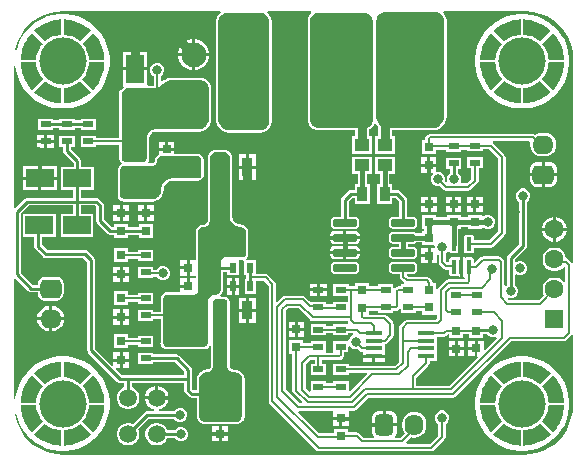
<source format=gtl>
G04*
G04 #@! TF.GenerationSoftware,Altium Limited,Altium Designer,21.3.2 (30)*
G04*
G04 Layer_Physical_Order=1*
G04 Layer_Color=255*
%FSTAX25Y25*%
%MOIN*%
G70*
G04*
G04 #@! TF.SameCoordinates,A5ECCF02-3B51-4883-8FBB-CF9BCB37C224*
G04*
G04*
G04 #@! TF.FilePolarity,Positive*
G04*
G01*
G75*
%ADD13C,0.01000*%
%ADD15C,0.00800*%
%ADD19R,0.11811X0.12992*%
%ADD20C,0.05906*%
%ADD21R,0.12992X0.06496*%
%ADD22R,0.03740X0.06496*%
%ADD23R,0.03150X0.03150*%
%ADD24R,0.02165X0.03543*%
%ADD25R,0.06000X0.14000*%
%ADD26R,0.06102X0.09252*%
%ADD27R,0.03543X0.02165*%
%ADD28R,0.09252X0.06102*%
%ADD29R,0.03150X0.03150*%
G04:AMPARAMS|DCode=30|XSize=77.56mil|YSize=23.62mil|CornerRadius=2.95mil|HoleSize=0mil|Usage=FLASHONLY|Rotation=0.000|XOffset=0mil|YOffset=0mil|HoleType=Round|Shape=RoundedRectangle|*
%AMROUNDEDRECTD30*
21,1,0.07756,0.01772,0,0,0.0*
21,1,0.07165,0.02362,0,0,0.0*
1,1,0.00591,0.03583,-0.00886*
1,1,0.00591,-0.03583,-0.00886*
1,1,0.00591,-0.03583,0.00886*
1,1,0.00591,0.03583,0.00886*
%
%ADD30ROUNDEDRECTD30*%
%ADD31R,0.03543X0.05118*%
%ADD32R,0.05118X0.04331*%
G04:AMPARAMS|DCode=33|XSize=46.85mil|YSize=15.75mil|CornerRadius=1.97mil|HoleSize=0mil|Usage=FLASHONLY|Rotation=90.000|XOffset=0mil|YOffset=0mil|HoleType=Round|Shape=RoundedRectangle|*
%AMROUNDEDRECTD33*
21,1,0.04685,0.01181,0,0,90.0*
21,1,0.04291,0.01575,0,0,90.0*
1,1,0.00394,0.00591,0.02146*
1,1,0.00394,0.00591,-0.02146*
1,1,0.00394,-0.00591,-0.02146*
1,1,0.00394,-0.00591,0.02146*
%
%ADD33ROUNDEDRECTD33*%
%ADD34R,0.05512X0.01772*%
%ADD62C,0.01500*%
%ADD63C,0.03000*%
G04:AMPARAMS|DCode=64|XSize=82.68mil|YSize=82.68mil|CornerRadius=20.67mil|HoleSize=0mil|Usage=FLASHONLY|Rotation=180.000|XOffset=0mil|YOffset=0mil|HoleType=Round|Shape=RoundedRectangle|*
%AMROUNDEDRECTD64*
21,1,0.08268,0.04134,0,0,180.0*
21,1,0.04134,0.08268,0,0,180.0*
1,1,0.04134,-0.02067,0.02067*
1,1,0.04134,0.02067,0.02067*
1,1,0.04134,0.02067,-0.02067*
1,1,0.04134,-0.02067,-0.02067*
%
%ADD64ROUNDEDRECTD64*%
%ADD65C,0.08268*%
G04:AMPARAMS|DCode=66|XSize=70.87mil|YSize=62.99mil|CornerRadius=15.75mil|HoleSize=0mil|Usage=FLASHONLY|Rotation=0.000|XOffset=0mil|YOffset=0mil|HoleType=Round|Shape=RoundedRectangle|*
%AMROUNDEDRECTD66*
21,1,0.07087,0.03150,0,0,0.0*
21,1,0.03937,0.06299,0,0,0.0*
1,1,0.03150,0.01968,-0.01575*
1,1,0.03150,-0.01968,-0.01575*
1,1,0.03150,-0.01968,0.01575*
1,1,0.03150,0.01968,0.01575*
%
%ADD66ROUNDEDRECTD66*%
%ADD67O,0.07087X0.06299*%
%ADD68C,0.15748*%
%ADD69C,0.06299*%
%ADD70R,0.06299X0.06299*%
%ADD71O,0.06299X0.07087*%
G04:AMPARAMS|DCode=72|XSize=70.87mil|YSize=62.99mil|CornerRadius=15.75mil|HoleSize=0mil|Usage=FLASHONLY|Rotation=90.000|XOffset=0mil|YOffset=0mil|HoleType=Round|Shape=RoundedRectangle|*
%AMROUNDEDRECTD72*
21,1,0.07087,0.03150,0,0,90.0*
21,1,0.03937,0.06299,0,0,90.0*
1,1,0.03150,0.01575,0.01968*
1,1,0.03150,0.01575,-0.01968*
1,1,0.03150,-0.01575,-0.01968*
1,1,0.03150,-0.01575,0.01968*
%
%ADD72ROUNDEDRECTD72*%
%ADD73C,0.03150*%
%ADD74C,0.02598*%
G36*
X0229022Y0416152D02*
X0229612Y0416053D01*
X0230104Y0415955D01*
X023099Y0415758D01*
X0231876Y0415463D01*
X0232663Y0415167D01*
X0233549Y0414774D01*
X0234435Y0414282D01*
X0235222Y0413789D01*
X023601Y0413199D01*
X0236797Y041251D01*
X0233155Y0408868D01*
X0232663Y0409262D01*
X0232171Y0409656D01*
X0231679Y0409951D01*
X0231089Y0410246D01*
X02304Y0410541D01*
X0229514Y0410837D01*
X022853Y0411033D01*
X0227644Y0411132D01*
Y041625D01*
X0229022Y0416152D01*
D02*
G37*
G36*
X0226856Y0411132D02*
X0225971Y0411033D01*
X0224986Y0410837D01*
X02241Y0410541D01*
X0223411Y0410246D01*
X0222821Y0409951D01*
X0222329Y0409656D01*
X0221837Y0409262D01*
X0221344Y0408868D01*
X0217703Y041251D01*
X021849Y0413199D01*
X0219278Y0413789D01*
X0220065Y0414282D01*
X0220951Y0414774D01*
X0221837Y0415167D01*
X0222624Y0415463D01*
X022351Y0415758D01*
X0224396Y0415955D01*
X0224888Y0416053D01*
X0225478Y0416152D01*
X0226856Y041625D01*
Y0411132D01*
D02*
G37*
G36*
X0238175Y0411033D02*
X0238766Y0410246D01*
X0239258Y0409459D01*
X023975Y0408573D01*
X0240144Y0407687D01*
X0240439Y04069D01*
X0240734Y0406014D01*
X0240931Y0405128D01*
X024103Y0404636D01*
X0241128Y0404045D01*
X0241226Y0402667D01*
X0236108D01*
X023601Y0403553D01*
X0235813Y0404537D01*
X0235518Y0405423D01*
X0235222Y0406112D01*
X0234927Y0406703D01*
X0234632Y0407195D01*
X0234238Y0407687D01*
X0233844Y0408179D01*
X0237486Y0411821D01*
X0238175Y0411033D01*
D02*
G37*
G36*
X0220655Y0408179D02*
X0220262Y0407687D01*
X0219868Y0407195D01*
X0219573Y0406703D01*
X0219278Y0406112D01*
X0218982Y0405423D01*
X0218687Y0404537D01*
X021849Y0403553D01*
X0218392Y0402667D01*
X0213274D01*
X0213372Y0404045D01*
X0213471Y0404636D01*
X0213569Y0405128D01*
X0213766Y0406014D01*
X0214061Y04069D01*
X0214356Y0407687D01*
X021475Y0408573D01*
X0215242Y0409459D01*
X0215734Y0410246D01*
X0216325Y0411033D01*
X0217014Y0411821D01*
X0220655Y0408179D01*
D02*
G37*
G36*
X0241128Y0400502D02*
X024103Y0399911D01*
X0240931Y0399419D01*
X0240734Y0398534D01*
X0240439Y0397648D01*
X0240144Y039686D01*
X023975Y0395974D01*
X0239258Y0395089D01*
X0238766Y0394301D01*
X0238175Y0393514D01*
X0237486Y0392726D01*
X0233844Y0396368D01*
X0234238Y039686D01*
X0234632Y0397352D01*
X0234927Y0397845D01*
X0235222Y0398435D01*
X0235518Y0399124D01*
X0235813Y040001D01*
X023601Y0400994D01*
X0236108Y040188D01*
X0241226D01*
X0241128Y0400502D01*
D02*
G37*
G36*
X021849Y0400994D02*
X0218687Y040001D01*
X0218982Y0399124D01*
X0219278Y0398435D01*
X0219573Y0397845D01*
X0219868Y0397352D01*
X0220262Y039686D01*
X0220655Y0396368D01*
X0217014Y0392726D01*
X0216325Y0393514D01*
X0215734Y0394301D01*
X0215242Y0395089D01*
X021475Y0395974D01*
X0214356Y039686D01*
X0214061Y0397648D01*
X0213766Y0398534D01*
X0213569Y0399419D01*
X0213471Y0399911D01*
X0213372Y0400502D01*
X0213274Y040188D01*
X0218392D01*
X021849Y0400994D01*
D02*
G37*
G36*
X0236797Y0392037D02*
X023601Y0391348D01*
X0235222Y0390758D01*
X0234435Y0390266D01*
X0233549Y0389774D01*
X0232663Y038938D01*
X0231876Y0389085D01*
X023099Y0388789D01*
X0230104Y0388593D01*
X0229612Y0388494D01*
X0229022Y0388396D01*
X0227644Y0388297D01*
Y0393415D01*
X022853Y0393514D01*
X0229514Y0393711D01*
X02304Y0394006D01*
X0231089Y0394301D01*
X0231679Y0394597D01*
X0232171Y0394892D01*
X0232663Y0395285D01*
X0233155Y0395679D01*
X0236797Y0392037D01*
D02*
G37*
G36*
X0221837Y0395285D02*
X0222329Y0394892D01*
X0222821Y0394597D01*
X0223411Y0394301D01*
X02241Y0394006D01*
X0224986Y0393711D01*
X0225971Y0393514D01*
X0226856Y0393415D01*
Y0388297D01*
X0225478Y0388396D01*
X0224888Y0388494D01*
X0224396Y0388593D01*
X022351Y0388789D01*
X0222624Y0389085D01*
X0221837Y038938D01*
X0220951Y0389774D01*
X0220065Y0390266D01*
X0219278Y0390758D01*
X021849Y0391348D01*
X0217703Y0392037D01*
X0221344Y0395679D01*
X0221837Y0395285D01*
D02*
G37*
G36*
X0328688Y0418296D02*
X0329179Y0418093D01*
X0329621Y0417797D01*
X0329997Y0417421D01*
X0330293Y0416979D01*
X0330496Y0416488D01*
X03306Y0415966D01*
Y04157D01*
Y03826D01*
Y0382344D01*
X03305Y0381842D01*
X0330304Y0381368D01*
X0330019Y0380943D01*
X0329657Y038058D01*
X0329232Y0380296D01*
X0328758Y03801D01*
X0328256Y038D01*
X0312495D01*
X0311896Y0380119D01*
X0311332Y0380353D01*
X0310824Y0380692D01*
X0310392Y0381124D01*
X0310053Y0381632D01*
X0309819Y0382196D01*
X03097Y0382795D01*
Y03831D01*
Y04157D01*
Y0415966D01*
X0309804Y0416488D01*
X0310007Y0416979D01*
X0310303Y0417421D01*
X0310679Y0417797D01*
X0311121Y0418093D01*
X0311612Y0418296D01*
X0312134Y04184D01*
X0328166D01*
X0328688Y0418296D01*
D02*
G37*
G36*
X03352Y04188D02*
X03513Y04188D01*
X03513Y04188D01*
Y04188D01*
X03513D01*
X0351765Y041877D01*
X0352233Y0418677D01*
X0352816Y0418436D01*
X035334Y0418086D01*
X0353786Y041764D01*
X0354136Y0417116D01*
X0354377Y0416533D01*
X03545Y0415915D01*
X03545Y04156D01*
X03545Y03842D01*
X03545Y03842D01*
X03545Y0383786D01*
X0354339Y0382975D01*
X0354022Y038221D01*
X0353562Y0381523D01*
X0352977Y0380938D01*
X0352289Y0380478D01*
X0351525Y0380161D01*
X0350714Y038D01*
X03503Y038D01*
X03356D01*
X0335226Y038D01*
X0334491Y0380146D01*
X03338Y0380433D01*
X0333178Y0380848D01*
X0332648Y0381378D01*
X0332232Y0382D01*
X0331946Y0382692D01*
X03318Y0383426D01*
X03318Y03838D01*
Y04154D01*
X03318Y04154D01*
X03318Y04154D01*
X0331825Y0415863D01*
X0331931Y0416392D01*
X0332187Y041701D01*
X0332559Y0417567D01*
X0333032Y0418041D01*
X0333589Y0418413D01*
X0334208Y0418669D01*
X0334865Y04188D01*
X03352Y04188D01*
D02*
G37*
G36*
X0294004Y0418281D02*
X0294568Y0418047D01*
X0295076Y0417708D01*
X0295508Y0417276D01*
X0295847Y0416768D01*
X0296081Y0416204D01*
X02962Y0415605D01*
Y04153D01*
Y03824D01*
Y0382095D01*
X0296081Y0381496D01*
X0295847Y0380932D01*
X0295508Y0380424D01*
X0295076Y0379992D01*
X0294568Y0379653D01*
X0294004Y0379419D01*
X0293405Y03793D01*
X0282445D01*
X028175Y0379438D01*
X0281095Y037971D01*
X0280505Y0380104D01*
X0280004Y0380605D01*
X027961Y0381195D01*
X0279338Y038185D01*
X02792Y0382545D01*
Y03829D01*
Y03829D01*
Y04153D01*
Y0415605D01*
X0279319Y0416204D01*
X0279553Y0416768D01*
X0279892Y0417276D01*
X0280324Y0417708D01*
X0280832Y0418047D01*
X0281396Y0418281D01*
X0281995Y04184D01*
X0293405D01*
X0294004Y0418281D01*
D02*
G37*
G36*
X0383937Y0418765D02*
X0386383Y0418177D01*
X0388708Y0417214D01*
X0390853Y04159D01*
X0392766Y0414266D01*
X03944Y0412353D01*
X0395714Y0410208D01*
X0396677Y0407883D01*
X0397265Y0405437D01*
X0397456Y0403D01*
X0397442Y0402929D01*
Y0335279D01*
X0396942Y0335127D01*
X0396856Y0335256D01*
X0396856Y0335256D01*
X0395832Y033628D01*
X0395439Y0336543D01*
X0395137Y0336603D01*
Y0336718D01*
X0394869Y033772D01*
X039435Y0338617D01*
X0393617Y033935D01*
X039272Y0339869D01*
X0391718Y0340137D01*
X0390682D01*
X038968Y0339869D01*
X0388783Y033935D01*
X038805Y0338617D01*
X0387531Y033772D01*
X0387263Y0336718D01*
Y0335682D01*
X0387531Y033468D01*
X038805Y0333783D01*
X0388783Y033305D01*
X038968Y0332531D01*
X0390682Y0332263D01*
X0391718D01*
X039272Y0332531D01*
X0393617Y033305D01*
X0394289Y0333722D01*
X0394542Y0333678D01*
X0394789Y0333543D01*
Y0328765D01*
X0394289Y0328678D01*
X0393617Y032935D01*
X039272Y0329869D01*
X0391718Y0330137D01*
X0390682D01*
X038968Y0329869D01*
X0388783Y032935D01*
X038805Y0328617D01*
X0387531Y032772D01*
X0387263Y0326718D01*
Y0325682D01*
X0387531Y032468D01*
X0387691Y0324403D01*
X0385999Y0322711D01*
X0375902D01*
X0375522Y032309D01*
X0375806Y0323514D01*
X037623Y0323338D01*
X037717D01*
X0378038Y0323697D01*
X0378703Y0324362D01*
X0379062Y032523D01*
Y032617D01*
X0378703Y0327038D01*
X0378038Y0327703D01*
X0378013Y0327713D01*
Y0330993D01*
X0378513Y0331235D01*
X037923Y0330938D01*
X038017D01*
X0381038Y0331297D01*
X0381703Y0331962D01*
X0382062Y033283D01*
Y033377D01*
X0381703Y0334638D01*
X0381038Y0335303D01*
X038017Y0335662D01*
X037923D01*
X0378513Y0335365D01*
X0378013Y0335607D01*
Y0336156D01*
X0381728Y0339872D01*
X0382013Y0340298D01*
X0382113Y03408D01*
Y0355487D01*
X0382138Y0355497D01*
X0382803Y0356162D01*
X0383162Y035703D01*
Y035797D01*
X0382803Y0358838D01*
X0382138Y0359503D01*
X038127Y0359862D01*
X038033D01*
X0379462Y0359503D01*
X0378797Y0358838D01*
X0378438Y035797D01*
Y035703D01*
X0378797Y0356162D01*
X0379462Y0355497D01*
X0379487Y0355487D01*
Y0341344D01*
X0375772Y0337628D01*
X0375487Y0337202D01*
X0375387Y03367D01*
Y0327713D01*
X0375362Y0327703D01*
X0375011Y0327351D01*
X0374511Y0327558D01*
Y03354D01*
X0374418Y0335863D01*
X0374156Y0336256D01*
X0374156Y0336256D01*
X0373544Y0336869D01*
X0373151Y0337131D01*
X0372687Y0337223D01*
X0372687Y0337223D01*
X0367413D01*
X0367413Y0337223D01*
X0366949Y0337131D01*
X0366557Y0336869D01*
X036484Y0335152D01*
X036434Y0335353D01*
Y0335946D01*
X0364264Y033633D01*
X0364046Y0336655D01*
X0363721Y0336873D01*
X0363337Y0336949D01*
X0362156D01*
X0361771Y0336873D01*
X0361651Y0336792D01*
X036164Y0336809D01*
X0361245Y0337073D01*
X0360778Y0337166D01*
X0360687D01*
Y03338D01*
Y0330434D01*
X0360778D01*
X0361035Y0330485D01*
X0361535Y0330166D01*
Y0329611D01*
X0355874D01*
X0355874Y0329611D01*
X0355411Y0329519D01*
X0355018Y0329256D01*
X0355018Y0329256D01*
X0352544Y0326782D01*
X0352281Y0326389D01*
X0352262Y0326292D01*
X0351762Y0326342D01*
Y0328468D01*
X0351088D01*
X0350611Y03285D01*
X0350518Y0328963D01*
X0350256Y0329356D01*
X0350256Y0329356D01*
X0349456Y0330156D01*
X0349063Y0330418D01*
X03486Y0330511D01*
X03486Y0330511D01*
X0342501D01*
X0342035Y0330977D01*
Y033151D01*
X0344407D01*
X034483Y0331594D01*
X0345188Y0331834D01*
X0345427Y0332192D01*
X0345511Y0332614D01*
Y0334386D01*
X0345427Y0334808D01*
X0345188Y0335166D01*
X034483Y0335406D01*
X0344407Y033549D01*
X0337242D01*
X0336819Y0335406D01*
X0336461Y0335166D01*
X0336222Y0334808D01*
X0336138Y0334386D01*
Y0332614D01*
X0336222Y0332192D01*
X0336461Y0331834D01*
X0336819Y0331594D01*
X0337242Y033151D01*
X0339614D01*
Y0330476D01*
X0339614Y0330476D01*
X0339706Y0330012D01*
X0339968Y032962D01*
X0341144Y0328444D01*
X0341144Y0328444D01*
X0341222Y0328392D01*
X0341071Y0327892D01*
X0339997D01*
Y0327232D01*
X0339169D01*
X0338705Y032714D01*
X0338313Y0326878D01*
X0338313Y0326877D01*
X0338059Y0326624D01*
X0337559Y0326831D01*
Y032787D01*
X0332441D01*
Y0327211D01*
X0329462D01*
Y0328315D01*
X0324738D01*
Y0327232D01*
X0322615D01*
Y0327891D01*
X0317497D01*
Y0324151D01*
X0322269D01*
Y0322183D01*
X0317497D01*
Y0321311D01*
X0315115D01*
Y0322183D01*
X0309997D01*
X0309997Y0322183D01*
Y0322183D01*
X0309559Y0322353D01*
X030818Y0323732D01*
X0307787Y0323994D01*
X0307324Y0324086D01*
X0307324Y0324086D01*
X0301376D01*
X0300913Y0323994D01*
X030052Y0323732D01*
X030052Y0323732D01*
X0298885Y0322097D01*
X0298423Y0322289D01*
Y0327987D01*
X0298423Y0327987D01*
X0298331Y0328451D01*
X0298069Y0328843D01*
X0295756Y0331156D01*
X0295363Y0331418D01*
X02949Y0331511D01*
X02949Y0331511D01*
X0291624D01*
Y0335987D01*
X028859D01*
X0288437Y0336476D01*
X0288437Y0336487D01*
X0288715Y0336766D01*
X028889Y0337026D01*
X0289042Y0337394D01*
X0289103Y0337701D01*
Y0345578D01*
X0289042Y0345885D01*
X0288753Y0346584D01*
X0288578Y0346844D01*
X0288044Y0347378D01*
X0287784Y0347552D01*
X0287085Y0347842D01*
X0286778Y0347903D01*
X028642D01*
X0286165Y0347915D01*
X0285647Y0348018D01*
X0285177Y0348213D01*
X0284755Y0348495D01*
X0284395Y0348855D01*
X0284113Y0349277D01*
X0283918Y0349747D01*
X0283815Y0350265D01*
X0283803Y035052D01*
X0283803Y037D01*
X0283803Y0370398D01*
X0283742Y0370705D01*
X0283437Y037144D01*
X0283263Y0371701D01*
X0282701Y0372263D01*
X028244Y0372437D01*
X0281771Y0372714D01*
X028164Y0372741D01*
X028151Y0372774D01*
X0281047Y0372801D01*
X0281023Y0372798D01*
X0281Y0372803D01*
X0280536Y0372803D01*
X0280536Y0372803D01*
X0280536Y0372803D01*
X0278022D01*
X0277715Y0372742D01*
X0277016Y0372452D01*
X0276756Y0372278D01*
X0276222Y0371744D01*
X0276047Y0371483D01*
X0275758Y0370785D01*
X0275697Y0370478D01*
Y03701D01*
X0275697Y0349439D01*
X0275667Y0349129D01*
X0275415Y0348521D01*
X0274979Y0348085D01*
X0274371Y0347833D01*
X0274021Y0347799D01*
X0274016Y0347797D01*
X027401Y0347798D01*
X0273547Y0347746D01*
X027344Y0347712D01*
X0273329Y034769D01*
X027283Y0347483D01*
X0272569Y0347309D01*
X0272569Y0347309D01*
X0272091Y0346831D01*
X0271917Y034657D01*
X0271658Y0345945D01*
X0271597Y0345638D01*
X0271597Y0335975D01*
X0269595D01*
Y03334D01*
Y0330825D01*
X0271597D01*
X0271597Y0329875D01*
X0269595D01*
Y03273D01*
X0269094D01*
Y03268D01*
X026652D01*
Y0325303D01*
X02622Y0325303D01*
X0261902Y0325303D01*
X0261594Y0325242D01*
X0261594Y0325242D01*
X0261043Y0325013D01*
X0261043Y0325013D01*
X0260783Y0324839D01*
X0260361Y0324417D01*
X0260361Y0324417D01*
X0260252Y0324255D01*
X0260187Y0324157D01*
X0260025Y0323767D01*
X0260006Y0323669D01*
X0259972Y0323575D01*
X0259906Y0323115D01*
X0259909Y0323057D01*
X0259897Y0323D01*
Y0318806D01*
X0257559D01*
Y0319465D01*
X0252441D01*
Y0315725D01*
X0257559D01*
Y0316385D01*
X0259897D01*
X0259897Y0308613D01*
X0259888Y0308318D01*
X0259939Y0308009D01*
X0260156Y0307431D01*
X0260322Y0307165D01*
X0260744Y0306715D01*
X0260999Y0306533D01*
X0261561Y0306278D01*
X0261866Y0306207D01*
X0262174Y0306198D01*
X0262187Y03062D01*
X02622Y0306197D01*
X0274418Y0306197D01*
X0274726Y0306258D01*
X0275313Y0306502D01*
X0275574Y0306676D01*
X0276024Y0307126D01*
X0276198Y0307386D01*
X0276697Y0307285D01*
Y0300639D01*
X0276678Y0300446D01*
X0276516Y0300055D01*
X0276245Y0299784D01*
X0275854Y0299622D01*
X027566Y0299603D01*
X0275405D01*
X0275327Y0299587D01*
X0275248D01*
X0274668Y0299472D01*
X0274595Y0299442D01*
X0274518Y0299426D01*
X0273972Y02992D01*
X0273906Y0299156D01*
X0273833Y0299126D01*
X0273341Y0298798D01*
X0273286Y0298742D01*
X027322Y0298698D01*
X0272802Y029828D01*
X0272758Y0298214D01*
X0272702Y0298158D01*
X0272374Y0297667D01*
X0272344Y0297594D01*
X02723Y0297528D01*
X0272074Y0296982D01*
X0272058Y0296905D01*
X0272028Y0296832D01*
X027195Y0296441D01*
Y0296393D01*
X0271937Y0296346D01*
X02719Y0295862D01*
X0271903Y0295831D01*
X0271897Y02958D01*
Y0292713D01*
X0270844D01*
X0270513Y0293044D01*
Y02963D01*
Y02993D01*
X0270413Y0299802D01*
X0270128Y0300228D01*
X0266198Y0304158D01*
X0265773Y0304442D01*
X026527Y0304542D01*
X0257559D01*
Y03051D01*
X0252441D01*
Y030136D01*
X0257559D01*
Y0301917D01*
X0264727D01*
X0267887Y0298756D01*
Y0297613D01*
X0246944D01*
X0244954Y0299602D01*
X0245145Y0300064D01*
X02463D01*
Y0302139D01*
X0244225D01*
Y0300984D01*
X0243763Y0300793D01*
X0238113Y0306444D01*
Y03359D01*
X0238013Y0336402D01*
X0237728Y0336828D01*
X0235628Y0338928D01*
X0235202Y0339213D01*
X02347Y0339313D01*
X0222244D01*
X0220513Y0341044D01*
Y0343761D01*
X0224915D01*
Y0351439D01*
X0214088D01*
Y0343761D01*
X0217887D01*
Y03405D01*
X0217987Y0339998D01*
X0218272Y0339572D01*
X0220772Y0337072D01*
X0221198Y0336787D01*
X02217Y0336687D01*
X0234156D01*
X0235487Y0335356D01*
Y03059D01*
X0235587Y0305398D01*
X0235872Y0304972D01*
X0245472Y0295372D01*
X0245898Y0295087D01*
X02464Y0294987D01*
X0247787D01*
Y029362D01*
X0247656Y0293585D01*
X0246803Y0293093D01*
X0246107Y0292396D01*
X0245615Y0291544D01*
X024536Y0290592D01*
Y0289608D01*
X0245615Y0288656D01*
X0246107Y0287804D01*
X0246803Y0287107D01*
X0247656Y0286615D01*
X0248608Y028636D01*
X0249592D01*
X0250544Y0286615D01*
X0251396Y0287107D01*
X0252093Y0287804D01*
X0252585Y0288656D01*
X025284Y0289608D01*
Y0290592D01*
X0252585Y0291544D01*
X0252093Y0292396D01*
X0251396Y0293093D01*
X0250544Y0293585D01*
X0250413Y029362D01*
Y0294987D01*
X0267887D01*
Y02925D01*
X0267987Y0291998D01*
X0268272Y0291572D01*
X0269372Y0290472D01*
X0269798Y0290187D01*
X02703Y0290087D01*
X0271897D01*
X0271897Y02843D01*
X0271897Y0283862D01*
X0271958Y0283555D01*
X0272293Y0282747D01*
X0272467Y0282486D01*
X0272467Y0282486D01*
X0273086Y0281867D01*
X0273086Y0281867D01*
X0273347Y0281693D01*
X0274155Y0281358D01*
X0274462Y0281297D01*
X02749Y0281297D01*
X02749Y0281297D01*
X0285Y0281297D01*
X0285438Y0281297D01*
X0285745Y0281358D01*
X0286553Y0281693D01*
X0286814Y0281867D01*
X0287433Y0282486D01*
X0287607Y0282747D01*
X0287942Y0283555D01*
X0288003Y0283862D01*
X0288003Y02843D01*
X0288003Y02843D01*
X0288003Y0296D01*
X0288003Y0296256D01*
X0287987Y0296334D01*
Y0296413D01*
X0287888Y0296915D01*
X0287857Y0296988D01*
X0287842Y0297066D01*
X0287646Y0297539D01*
X0287602Y0297604D01*
X0287572Y0297678D01*
X0287287Y0298103D01*
X0287231Y0298159D01*
X0287187Y0298225D01*
X0286825Y0298587D01*
X0286759Y0298631D01*
X0286703Y0298687D01*
X0286278Y0298972D01*
X0286205Y0299002D01*
X0286139Y0299046D01*
X0285666Y0299242D01*
X0285588Y0299257D01*
X0285515Y0299288D01*
X0285223Y0299346D01*
X0285179D01*
X0285138Y0299358D01*
X0284677Y0299399D01*
X0284309Y0299435D01*
X0283666Y0299702D01*
X0283202Y0300166D01*
X0282935Y0300809D01*
X0282903Y0301139D01*
Y0322339D01*
X0282842Y0322646D01*
X0282735Y0322904D01*
X0282561Y0323164D01*
X0282561Y0323164D01*
X0282364Y0323361D01*
X0282104Y0323535D01*
X0281846Y0323642D01*
X0281539Y0323703D01*
X0279974D01*
X0279767Y0324203D01*
X0280163Y0324599D01*
X0280337Y032486D01*
X0280337Y032486D01*
X0280642Y0325595D01*
X0280642Y0325595D01*
X0280703Y0325902D01*
Y0332115D01*
X0282176D01*
Y0330869D01*
X0285916D01*
Y0335987D01*
X028637Y0336097D01*
X028743D01*
X0287518Y0336076D01*
X0287884Y0335664D01*
Y0330869D01*
X0288469D01*
Y0329831D01*
X0287939D01*
Y0324713D01*
X0291679D01*
Y0329089D01*
X0294398D01*
X0296002Y0327486D01*
Y0288887D01*
X0296002Y0288887D01*
X0296094Y0288424D01*
X0296357Y0288031D01*
X0311744Y0272644D01*
X0312137Y0272381D01*
X03126Y0272289D01*
X03126Y0272289D01*
X03502D01*
X03502Y0272289D01*
X0350663Y0272381D01*
X0351056Y0272644D01*
X0354556Y0276144D01*
X0354556Y0276144D01*
X0354819Y0276537D01*
X0354911Y0277D01*
X0354911Y0277D01*
Y0281445D01*
X0355038Y0281497D01*
X0355703Y0282162D01*
X0356062Y028303D01*
Y028397D01*
X0355703Y0284838D01*
X0355038Y0285503D01*
X035417Y0285862D01*
X035323D01*
X0352362Y0285503D01*
X0351697Y0284838D01*
X0351338Y028397D01*
Y028303D01*
X0351697Y0282162D01*
X0352362Y0281497D01*
X0352489Y0281445D01*
Y0277502D01*
X0349698Y0274711D01*
X034203D01*
X0341823Y0275211D01*
X0343482Y0276869D01*
X03445Y0276735D01*
X0345528Y0276871D01*
X0346485Y0277267D01*
X0347308Y0277898D01*
X0347939Y0278721D01*
X0348336Y0279679D01*
X0348471Y0280706D01*
Y0281494D01*
X0348336Y0282522D01*
X0347939Y0283479D01*
X0347308Y0284302D01*
X0346485Y0284933D01*
X0345528Y0285329D01*
X03445Y0285465D01*
X0343472Y0285329D01*
X0342514Y0284933D01*
X0341692Y0284302D01*
X0341061Y0283479D01*
X0340664Y0282522D01*
X0340529Y0281494D01*
Y0280706D01*
X0340664Y0279679D01*
X0341061Y0278721D01*
X0341429Y0278241D01*
X0339999Y0276811D01*
X0338101D01*
X0337934Y0277238D01*
X0337923Y0277311D01*
X0338324Y0277833D01*
X0338583Y0278459D01*
X0338672Y0279132D01*
Y02806D01*
X03345D01*
X0330328D01*
Y0279132D01*
X0330417Y0278459D01*
X0330676Y0277833D01*
X0331077Y0277311D01*
X0331066Y0277238D01*
X0330899Y0276811D01*
X0327602D01*
X0326209Y0278203D01*
X0325816Y0278466D01*
X0325353Y0278558D01*
X0325353Y0278558D01*
X032239D01*
Y027971D01*
X0317666D01*
Y0278211D01*
X0312802D01*
X0305696Y0285316D01*
X0305727Y0285485D01*
X0305915Y0285804D01*
X0317453D01*
Y0283753D01*
X0320028D01*
X0322603D01*
Y0285804D01*
X032436D01*
X032436Y0285804D01*
X0324823Y0285896D01*
X0325216Y0286159D01*
X0329159Y0290102D01*
X0357513D01*
X0357513Y0290102D01*
X0357976Y0290194D01*
X0358369Y0290457D01*
X0376801Y0308889D01*
X03943D01*
X03943Y0308889D01*
X0394763Y0308981D01*
X0395156Y0309244D01*
X0396856Y0310944D01*
X0396856Y0310944D01*
X0396942Y0311073D01*
X0397442Y0310921D01*
Y0287566D01*
X0397446Y0287545D01*
X0397307Y0285411D01*
X0396885Y0283292D01*
X0396191Y0281247D01*
X0395235Y0279309D01*
X0394035Y0277513D01*
X0392611Y0275889D01*
X0390987Y0274465D01*
X0389191Y0273265D01*
X0387253Y0272309D01*
X0385208Y0271615D01*
X0383089Y0271193D01*
X0380955Y0271054D01*
X0380934Y0271058D01*
X022758D01*
X0227558Y0271053D01*
X0225423Y0271193D01*
X0223302Y0271615D01*
X0221255Y027231D01*
X0219316Y0273266D01*
X0217518Y0274467D01*
X0215893Y0275893D01*
X0214468Y0277518D01*
X0213266Y0279316D01*
X021231Y0281255D01*
X0211615Y0283302D01*
X0211323Y0284772D01*
X021181Y0284885D01*
X0212306Y0283035D01*
X0213096Y0281128D01*
X0214128Y027934D01*
X0215385Y0277703D01*
X0216844Y0276243D01*
X0218482Y0274986D01*
X022027Y0273954D01*
X0222177Y0273164D01*
X0224171Y027263D01*
X0226218Y027236D01*
X022725D01*
X0228282Y027236D01*
X0230329Y027263D01*
X0232323Y0273164D01*
X023423Y0273954D01*
X0236018Y0274986D01*
X0237656Y0276243D01*
X0239115Y0277702D01*
X0240372Y027934D01*
X0241404Y0281128D01*
X0242194Y0283035D01*
X0242728Y0285029D01*
X0242998Y0287076D01*
X0242998Y0288108D01*
X0242998Y0288108D01*
X0242998Y0288108D01*
X0242998Y028914D01*
X0242728Y0291187D01*
X0242194Y0293181D01*
X0241404Y0295088D01*
X0240372Y0296876D01*
X0239115Y0298514D01*
X0237656Y0299974D01*
X0236018Y030123D01*
X023423Y0302262D01*
X0232323Y0303052D01*
X0230329Y0303587D01*
X0228282Y0303856D01*
X022725Y0303856D01*
X022725Y0303856D01*
X0226218Y0303856D01*
X0224171Y0303587D01*
X0222177Y0303052D01*
X022027Y0302262D01*
X0218482Y030123D01*
X0216844Y0299974D01*
X0215385Y0298514D01*
X0214128Y0296876D01*
X0213096Y0295088D01*
X0212306Y0293181D01*
X0211771Y0291187D01*
X0211558Y0289563D01*
X0211058Y0289596D01*
Y0329679D01*
X0211558Y0329886D01*
X0215872Y0325572D01*
X0216298Y0325287D01*
X02168Y0325187D01*
X0218923D01*
Y0324925D01*
X0219106Y0324004D01*
X0219629Y0323222D01*
X022041Y03227D01*
X0221332Y0322517D01*
X0225269D01*
X022619Y03227D01*
X0226972Y0323222D01*
X0227494Y0324004D01*
X0227677Y0324925D01*
Y0328075D01*
X0227494Y0328996D01*
X0226972Y0329778D01*
X022619Y03303D01*
X0225269Y0330483D01*
X0221332D01*
X022041Y03303D01*
X0219629Y0329778D01*
X0219106Y0328996D01*
X0218923Y0328075D01*
Y0327813D01*
X0217344D01*
X0213313Y0331844D01*
Y0351456D01*
X0216052Y0354196D01*
X0230687D01*
Y0351439D01*
X0226687D01*
Y0343761D01*
X0237513D01*
Y0351439D01*
X0233313D01*
Y0354196D01*
X0237948D01*
X0238487Y0353656D01*
Y0349D01*
X0238587Y0348498D01*
X0238872Y0348072D01*
X0242072Y0344872D01*
X0242498Y0344587D01*
X0243Y0344487D01*
X0244438D01*
Y0343438D01*
X0249162D01*
Y0344487D01*
X0252666D01*
Y0343438D01*
X025739D01*
Y0348162D01*
X0252666D01*
Y0347113D01*
X0249162D01*
Y0348162D01*
X0244438D01*
Y0347113D01*
X0243544D01*
X0241113Y0349544D01*
Y03542D01*
X0241013Y0354702D01*
X0240728Y0355128D01*
X023942Y0356436D01*
X0238994Y0356721D01*
X0238492Y0356821D01*
X0233313D01*
Y0359465D01*
X0237626D01*
Y0367143D01*
X0233525D01*
Y0368887D01*
X0233425Y036939D01*
X0233141Y0369815D01*
X0229985Y0372972D01*
Y0373684D01*
X0231231D01*
Y0377424D01*
X0226113D01*
Y0373684D01*
X0227359D01*
Y0372428D01*
X0227459Y0371926D01*
X0227744Y03715D01*
X02309Y0368344D01*
Y0367143D01*
X0226799D01*
Y0359465D01*
X0230687D01*
Y0356821D01*
X0215508D01*
X0215006Y0356721D01*
X021458Y0356436D01*
X0211558Y0353414D01*
X0211058Y0353621D01*
Y0400786D01*
X0211558Y0400819D01*
X0211771Y0399195D01*
X0212306Y0397201D01*
X0213096Y0395293D01*
X0214128Y0393506D01*
X0215385Y0391868D01*
X0216844Y0390408D01*
X0218482Y0389152D01*
X022027Y0388119D01*
X0222177Y0387329D01*
X0224171Y0386795D01*
X0226218Y0386526D01*
X022725D01*
X0228282Y0386526D01*
X0230329Y0386795D01*
X0232323Y0387329D01*
X023423Y0388119D01*
X0236018Y0389151D01*
X0237656Y0390408D01*
X0239115Y0391868D01*
X0240372Y0393506D01*
X0241404Y0395293D01*
X0242194Y0397201D01*
X0242728Y0399195D01*
X0242998Y0401241D01*
X0242998Y0402274D01*
X0242998Y0402274D01*
X0242998Y0402274D01*
X0242998Y0403306D01*
X0242728Y0405352D01*
X0242194Y0407346D01*
X0241404Y0409254D01*
X0240372Y0411041D01*
X0239115Y0412679D01*
X0237656Y0414139D01*
X0236018Y0415396D01*
X023423Y0416428D01*
X0232323Y0417218D01*
X0230329Y0417752D01*
X0228282Y0418021D01*
X022725Y0418021D01*
X022725Y0418021D01*
X0226218Y0418021D01*
X0224171Y0417752D01*
X0222177Y0417218D01*
X022027Y0416428D01*
X0218482Y0415395D01*
X0216844Y0414139D01*
X0215385Y0412679D01*
X0214128Y0411041D01*
X0213096Y0409254D01*
X0212306Y0407346D01*
X021191Y0405869D01*
X0211423Y0405983D01*
X0211606Y0406905D01*
X0212289Y0408918D01*
X0213229Y0410824D01*
X021441Y0412591D01*
X0215811Y0414189D01*
X0217409Y041559D01*
X0219176Y0416771D01*
X0221082Y0417711D01*
X0223095Y0418394D01*
X0225179Y0418808D01*
X0227281Y0418946D01*
X02273Y0418942D01*
X0279826D01*
X0279978Y0418442D01*
X0279878Y0418375D01*
X0279822Y041832D01*
X0279756Y0418276D01*
X0279324Y0417844D01*
X027928Y0417778D01*
X0279224Y0417722D01*
X0278885Y0417214D01*
X0278855Y0417141D01*
X0278811Y0417076D01*
X0278577Y0416511D01*
X0278562Y0416434D01*
X0278532Y0416361D01*
X0278413Y0415762D01*
Y0415683D01*
X0278397Y0415605D01*
Y04153D01*
Y03829D01*
Y0382545D01*
X0278413Y0382468D01*
Y0382389D01*
X0278551Y0381693D01*
X0278581Y038162D01*
X0278597Y0381543D01*
X0278868Y0380888D01*
X0278912Y0380822D01*
X0278942Y0380749D01*
X0279336Y0380159D01*
X0279392Y0380103D01*
X0279436Y0380037D01*
X0279937Y0379536D01*
X0280003Y0379492D01*
X0280059Y0379436D01*
X0280649Y0379042D01*
X0280722Y0379012D01*
X0280787Y0378968D01*
X0281443Y0378697D01*
X028152Y0378681D01*
X0281593Y0378651D01*
X0282289Y0378513D01*
X0282368D01*
X0282445Y0378497D01*
X0293405D01*
X0293483Y0378513D01*
X0293562D01*
X0294161Y0378632D01*
X0294234Y0378662D01*
X0294311Y0378677D01*
X0294876Y0378911D01*
X0294941Y0378955D01*
X0295014Y0378985D01*
X0295522Y0379325D01*
X0295578Y037938D01*
X0295644Y0379424D01*
X0296076Y0379856D01*
X0296119Y0379922D01*
X0296176Y0379978D01*
X0296515Y0380486D01*
X0296545Y0380559D01*
X0296589Y0380624D01*
X0296823Y0381189D01*
X0296838Y0381266D01*
X0296868Y0381339D01*
X0296987Y0381938D01*
Y0382017D01*
X0297003Y0382095D01*
Y03824D01*
Y04153D01*
Y0415605D01*
X0296987Y0415683D01*
Y0415762D01*
X0296868Y0416361D01*
X0296838Y0416434D01*
X0296823Y0416511D01*
X0296589Y0417076D01*
X0296545Y0417141D01*
X0296515Y0417214D01*
X0296176Y0417722D01*
X0296119Y0417778D01*
X0296076Y0417844D01*
X0295644Y0418276D01*
X0295578Y041832D01*
X0295522Y0418375D01*
X0295422Y0418442D01*
X0295574Y0418942D01*
X0310048D01*
X0310204Y0418538D01*
X031021Y0418442D01*
X0310177Y0418409D01*
X0310111Y0418365D01*
X0309735Y0417989D01*
X0309691Y0417923D01*
X0309635Y0417867D01*
X030934Y0417425D01*
X030931Y0417352D01*
X0309266Y0417286D01*
X0309062Y0416795D01*
X0309047Y0416717D01*
X0309016Y0416644D01*
X0308913Y0416122D01*
Y0416044D01*
X0308897Y0415966D01*
Y04157D01*
Y03831D01*
Y0382795D01*
X0308913Y0382717D01*
Y0382638D01*
X0309032Y0382039D01*
X0309062Y0381966D01*
X0309077Y0381889D01*
X0309311Y0381324D01*
X0309355Y0381259D01*
X0309385Y0381186D01*
X0309724Y0380678D01*
X0309781Y0380622D01*
X0309824Y0380556D01*
X0310256Y0380124D01*
X0310322Y038008D01*
X0310378Y0380025D01*
X0310886Y0379685D01*
X0310959Y0379655D01*
X0311024Y0379611D01*
X0311589Y0379377D01*
X0311666Y0379362D01*
X0311739Y0379332D01*
X0312338Y0379213D01*
X0312417D01*
X0312495Y0379197D01*
X0324828D01*
Y0377199D01*
X0323813D01*
Y0371294D01*
X0330506D01*
Y0377199D01*
X0329492D01*
Y0379535D01*
X0329539Y0379554D01*
X0329605Y0379598D01*
X0329678Y0379628D01*
X0330103Y0379913D01*
X0330159Y0379969D01*
X0330225Y0380013D01*
X0330587Y0380375D01*
X0330631Y0380441D01*
X0330687Y0380497D01*
X0330972Y0380922D01*
X0331002Y0380995D01*
X0331046Y0381061D01*
X0331144Y0381299D01*
X0331704Y0381346D01*
X0331981Y0380932D01*
X0332037Y0380876D01*
X0332081Y038081D01*
X0332308Y0380583D01*
Y0377199D01*
X0331294D01*
Y0371294D01*
X0337987D01*
Y0377199D01*
X0336972D01*
Y0379197D01*
X03503D01*
X0350714Y0379197D01*
X0350791Y0379213D01*
X035087D01*
X0351682Y0379374D01*
X0351755Y0379404D01*
X0351832Y037942D01*
X0352597Y0379736D01*
X0352662Y037978D01*
X0352735Y0379811D01*
X0353423Y038027D01*
X0353479Y0380326D01*
X0353545Y038037D01*
X035413Y0380955D01*
X0354174Y0381021D01*
X035423Y0381077D01*
X035469Y0381765D01*
X035472Y0381838D01*
X0354764Y0381903D01*
X035508Y0382668D01*
X0355096Y0382745D01*
X0355126Y0382818D01*
X0355287Y038363D01*
Y0383709D01*
X0355303Y0383786D01*
X0355303Y03842D01*
X0355303Y03842D01*
X0355303Y04156D01*
X0355303Y0415915D01*
X0355287Y0415993D01*
Y0416072D01*
X0355164Y041669D01*
X0355134Y0416763D01*
X0355119Y0416841D01*
X0354877Y0417423D01*
X0354834Y0417489D01*
X0354803Y0417562D01*
X0354453Y0418086D01*
X0354397Y0418142D01*
X0354353Y0418208D01*
X0354119Y0418442D01*
X0354326Y0418942D01*
X0381429D01*
X03815Y0418956D01*
X0383937Y0418765D01*
D02*
G37*
G36*
X0281Y0372D02*
D01*
X0281464Y0371973D01*
X0282133Y0371695D01*
X0282696Y0371133D01*
X0283Y0370398D01*
X0283Y037D01*
X0283Y03505D01*
X0283016Y0350167D01*
X0283146Y0349513D01*
X0283401Y0348897D01*
X0283772Y0348343D01*
X0284243Y0347872D01*
X0284797Y0347501D01*
X0285413Y0347246D01*
X0286067Y0347116D01*
X02864Y03471D01*
X0286778D01*
X0287476Y0346811D01*
X0288011Y0346276D01*
X02883Y0345578D01*
Y0337701D01*
X0288148Y0337333D01*
X0287866Y0337052D01*
X0287499Y03369D01*
X02817D01*
X0281349Y0336865D01*
X02807Y0336597D01*
X0280203Y03361D01*
X0279935Y0335451D01*
X02799Y03351D01*
Y0325902D01*
X0279595Y0325167D01*
X0279033Y0324605D01*
X0278298Y03243D01*
X02779D01*
X02779Y03243D01*
X0277471Y0324258D01*
X0276678Y0323929D01*
X0276071Y0323322D01*
X0275742Y0322529D01*
X02757Y03221D01*
Y03086D01*
X02757Y03086D01*
Y0308282D01*
X0275456Y0307694D01*
X0275006Y0307244D01*
X0274418Y0307D01*
X02622Y0307D01*
X0261892Y030701D01*
X026133Y0307264D01*
X0260908Y0307714D01*
X026069Y0308292D01*
X02607Y03086D01*
X02607Y0323D01*
X02607Y0323D01*
X02607Y0323D01*
X0260767Y032346D01*
X0260928Y032385D01*
X026135Y0324272D01*
X0261902Y03245D01*
X02622Y03245D01*
X0270702Y03245D01*
X02712Y03245D01*
X02712Y03245D01*
Y03245D01*
X0271434Y0324523D01*
X0271648Y0324612D01*
X0271867Y0324702D01*
X0272198Y0325033D01*
X0272377Y0325466D01*
X02724Y03257D01*
X02724Y03453D01*
Y0345638D01*
X0272659Y0346263D01*
X0273137Y0346741D01*
X0273636Y0346948D01*
X02741Y0347D01*
X02741Y0347D01*
Y0347D01*
X0274568Y0347046D01*
X0275433Y0347404D01*
X0276096Y0348067D01*
X0276454Y0348932D01*
X02765Y03494D01*
X02765Y03701D01*
Y0370478D01*
X0276789Y0371176D01*
X0277324Y0371711D01*
X0278022Y0372D01*
X0280536D01*
X0281Y0372D01*
D02*
G37*
G36*
X0339739Y0319804D02*
X0339997Y0319664D01*
Y0318443D01*
X0345115D01*
Y0319102D01*
X0347038D01*
Y0317838D01*
X0351689D01*
X0351762Y0317838D01*
X0352189Y0317662D01*
Y0316601D01*
X0351844Y0316256D01*
X0351781Y0316161D01*
X035173Y0316111D01*
X03421D01*
X0341637Y0316019D01*
X0341244Y0315756D01*
X0341244Y0315756D01*
X0339744Y0314256D01*
X0339481Y0313863D01*
X0339389Y03134D01*
X0339389Y03134D01*
Y030908D01*
X0339389Y030908D01*
X0339389Y030908D01*
Y0302101D01*
X0338053Y0300765D01*
X0322615D01*
Y0301424D01*
X0317497D01*
Y0297684D01*
X0322615D01*
Y0298344D01*
X0328578D01*
X032877Y0297882D01*
X0323115Y0292227D01*
X0322615Y0292434D01*
Y0295716D01*
X0317497D01*
Y0295046D01*
X0315059D01*
Y0295694D01*
X0309941D01*
Y0292323D01*
X0309441Y0292116D01*
X0308311Y0293246D01*
Y0301199D01*
X0309802Y0302689D01*
X0311289D01*
Y0301403D01*
X0309941D01*
Y0297663D01*
X0315059D01*
Y0301403D01*
X0313711D01*
Y0302689D01*
X0319531D01*
X0319531Y0302689D01*
X0319995Y0302782D01*
X0320387Y0303044D01*
X0320856Y0303513D01*
X0320856Y0303513D01*
X0321118Y0303905D01*
X0321211Y0304369D01*
Y0305188D01*
X0322559D01*
Y0307093D01*
X0323059Y03073D01*
X0323562Y0306797D01*
X032443Y0306438D01*
X032537D01*
X0325497Y0306491D01*
X0326323Y0305664D01*
X0326324Y0305664D01*
X0326716Y0305402D01*
X032718Y030531D01*
X0327283D01*
Y0304461D01*
X0334794D01*
Y0305847D01*
X0334582D01*
Y0307869D01*
X0335043Y0307961D01*
X0335436Y0308224D01*
X0337256Y0310044D01*
X0337256Y0310044D01*
X0337519Y0310437D01*
X0337611Y03109D01*
Y03147D01*
X0337611Y03147D01*
X0337519Y0315163D01*
X0337256Y0315556D01*
X0337256Y0315556D01*
X0335369Y0317443D01*
X0334976Y0317706D01*
X0334513Y0317798D01*
X0334513Y0317798D01*
X0329462D01*
Y0319081D01*
X0332441D01*
Y0318422D01*
X0337559D01*
Y0319081D01*
X0338231D01*
X0338231Y0319081D01*
X0338695Y0319173D01*
X0339087Y0319436D01*
X0339497Y0319845D01*
X0339739Y0319804D01*
D02*
G37*
G36*
X0309744Y0316044D02*
X0309744Y0316044D01*
X0310137Y0315781D01*
X03106Y0315689D01*
X03106Y0315689D01*
X0322315D01*
X0322361Y0315458D01*
X0322581Y0315128D01*
X0322509Y031489D01*
X0322344Y0314637D01*
X0317441D01*
Y0313977D01*
X0315059D01*
Y0314637D01*
X0309941D01*
Y0310897D01*
X0315059D01*
Y0311556D01*
X0317441D01*
Y0310897D01*
X0322559D01*
Y0311556D01*
X0324074D01*
X0324174Y0311056D01*
X0323562Y0310803D01*
X0322897Y0310138D01*
X0322538Y030927D01*
Y0308928D01*
X0317441D01*
Y0305188D01*
X0316973Y0305111D01*
X0315527D01*
X0315059Y0305188D01*
Y0308928D01*
X0309941D01*
Y0308269D01*
X0307562D01*
Y0309336D01*
X0302838D01*
Y0304612D01*
X0303889D01*
Y02925D01*
X0303889Y02925D01*
X0303981Y0292037D01*
X0304244Y0291644D01*
X03072Y0288688D01*
X0307009Y0288226D01*
X0306287D01*
X0301611Y0292901D01*
Y0319098D01*
X0302401Y0319889D01*
X0305898D01*
X0309744Y0316044D01*
D02*
G37*
G36*
X0368797Y0311262D02*
X0369462Y0310597D01*
X037033Y0310238D01*
X037127D01*
X0371865Y0310484D01*
X0372148Y0310061D01*
X0368137Y0306049D01*
X0367675Y030624D01*
Y0309122D01*
X03656D01*
Y0306547D01*
X03651D01*
Y0306047D01*
X0362525D01*
Y0303972D01*
X0365407D01*
X0365598Y030351D01*
X0356199Y0294111D01*
X0345211D01*
Y0296798D01*
X0349218Y0300805D01*
X034948Y0301198D01*
X0349572Y0301661D01*
X0349572Y0301661D01*
Y0302288D01*
X0351905D01*
Y0304847D01*
Y0307406D01*
Y0310428D01*
X0354339D01*
X0354339Y0310428D01*
X0354802Y031052D01*
X0355195Y0310783D01*
X0355638Y0311226D01*
X0356138Y0311202D01*
Y0309991D01*
X0360862D01*
Y0311242D01*
X0362738D01*
Y031009D01*
X0367462D01*
Y0311287D01*
X0368787D01*
X0368797Y0311262D01*
D02*
G37*
G36*
X0229022Y0301986D02*
X0229612Y0301888D01*
X0230104Y0301789D01*
X023099Y0301592D01*
X0231876Y0301297D01*
X0232663Y0301002D01*
X0233549Y0300608D01*
X0234435Y0300116D01*
X0235222Y0299624D01*
X023601Y0299033D01*
X0236797Y0298344D01*
X0233155Y0294703D01*
X0232663Y0295096D01*
X0232171Y029549D01*
X0231679Y0295785D01*
X0231089Y0296081D01*
X02304Y0296376D01*
X0229514Y0296671D01*
X022853Y0296868D01*
X0227644Y0296967D01*
Y0302085D01*
X0229022Y0301986D01*
D02*
G37*
G36*
X0226856Y0296967D02*
X0225971Y0296868D01*
X0224986Y0296671D01*
X02241Y0296376D01*
X0223411Y0296081D01*
X0222821Y0295785D01*
X0222329Y029549D01*
X0221837Y0295096D01*
X0221344Y0294703D01*
X0217703Y0298344D01*
X021849Y0299033D01*
X0219278Y0299624D01*
X0220065Y0300116D01*
X0220951Y0300608D01*
X0221837Y0301002D01*
X0222624Y0301297D01*
X022351Y0301592D01*
X0224396Y0301789D01*
X0224888Y0301888D01*
X0225478Y0301986D01*
X0226856Y0302085D01*
Y0296967D01*
D02*
G37*
G36*
X0238175Y0296868D02*
X0238766Y0296081D01*
X0239258Y0295293D01*
X023975Y0294408D01*
X0240144Y0293522D01*
X0240439Y0292734D01*
X0240734Y0291848D01*
X0240931Y0290963D01*
X024103Y0290471D01*
X0241128Y028988D01*
X0241226Y0288502D01*
X0236108D01*
X023601Y0289388D01*
X0235813Y0290372D01*
X0235518Y0291258D01*
X0235222Y0291947D01*
X0234927Y0292537D01*
X0234632Y0293029D01*
X0234238Y0293522D01*
X0233844Y0294014D01*
X0237486Y0297656D01*
X0238175Y0296868D01*
D02*
G37*
G36*
X0220655Y0294014D02*
X0220262Y0293522D01*
X0219868Y0293029D01*
X0219573Y0292537D01*
X0219278Y0291947D01*
X0218982Y0291258D01*
X0218687Y0290372D01*
X021849Y0289388D01*
X0218392Y0288502D01*
X0213274D01*
X0213372Y028988D01*
X0213471Y0290471D01*
X0213569Y0290963D01*
X0213766Y0291848D01*
X0214061Y0292734D01*
X0214356Y0293522D01*
X021475Y0294408D01*
X0215242Y0295293D01*
X0215734Y0296081D01*
X0216325Y0296868D01*
X0217014Y0297656D01*
X0220655Y0294014D01*
D02*
G37*
G36*
X0281797Y0322793D02*
X0281993Y0322597D01*
X02821Y0322339D01*
Y03011D01*
X0282148Y0300612D01*
X0282521Y0299711D01*
X0283211Y0299021D01*
X0284112Y0298648D01*
X02846Y02986D01*
X02846Y02986D01*
Y02986D01*
X0284601D01*
X0285066Y0298558D01*
X0285358Y02985D01*
X0285831Y0298304D01*
X0286257Y029802D01*
X0286619Y0297657D01*
X0286904Y0297232D01*
X02871Y0296758D01*
X02872Y0296256D01*
X02872Y0296D01*
X02872Y02843D01*
X02872Y02843D01*
X02872Y0283862D01*
X0286865Y0283054D01*
X0286246Y0282435D01*
X0285438Y02821D01*
X0285Y02821D01*
X02749Y02821D01*
X02749Y02821D01*
X0274462Y02821D01*
X0273654Y0282435D01*
X0273035Y0283054D01*
X02727Y0283862D01*
X02727Y02843D01*
X02727Y02958D01*
X02727Y02958D01*
X0272738Y0296284D01*
X0272815Y0296675D01*
X0273041Y0297221D01*
X027337Y0297712D01*
X0273788Y029813D01*
X0274279Y0298459D01*
X0274825Y0298685D01*
X0275405Y02988D01*
X02757D01*
X0276051Y0298835D01*
X02767Y0299103D01*
X0277197Y02996D01*
X0277465Y0300249D01*
X02775Y03006D01*
Y0322339D01*
X0277607Y0322597D01*
X0277803Y0322793D01*
X0278061Y03229D01*
X0281539D01*
X0281797Y0322793D01*
D02*
G37*
G36*
X0241128Y0286337D02*
X024103Y0285746D01*
X0240931Y0285254D01*
X0240734Y0284368D01*
X0240439Y0283482D01*
X0240144Y0282695D01*
X023975Y0281809D01*
X0239258Y0280923D01*
X0238766Y0280136D01*
X0238175Y0279348D01*
X0237486Y0278561D01*
X0233844Y0282203D01*
X0234238Y0282695D01*
X0234632Y0283187D01*
X0234927Y0283679D01*
X0235222Y028427D01*
X0235518Y0284959D01*
X0235813Y0285844D01*
X023601Y0286829D01*
X0236108Y0287715D01*
X0241226D01*
X0241128Y0286337D01*
D02*
G37*
G36*
X021849Y0286829D02*
X0218687Y0285844D01*
X0218982Y0284959D01*
X0219278Y028427D01*
X0219573Y0283679D01*
X0219868Y0283187D01*
X0220262Y0282695D01*
X0220655Y0282203D01*
X0217014Y0278561D01*
X0216325Y0279348D01*
X0215734Y0280136D01*
X0215242Y0280923D01*
X021475Y0281809D01*
X0214356Y0282695D01*
X0214061Y0283482D01*
X0213766Y0284368D01*
X0213569Y0285254D01*
X0213471Y0285746D01*
X0213372Y0286337D01*
X0213274Y0287715D01*
X0218392D01*
X021849Y0286829D01*
D02*
G37*
G36*
X0236797Y0277872D02*
X023601Y0277183D01*
X0235222Y0276592D01*
X0234435Y02761D01*
X0233549Y0275608D01*
X0232663Y0275215D01*
X0231876Y0274919D01*
X023099Y0274624D01*
X0230104Y0274427D01*
X0229612Y0274329D01*
X0229022Y027423D01*
X0227644Y0274132D01*
Y027925D01*
X022853Y0279348D01*
X0229514Y0279545D01*
X02304Y0279841D01*
X0231089Y0280136D01*
X0231679Y0280431D01*
X0232171Y0280726D01*
X0232663Y028112D01*
X0233155Y0281514D01*
X0236797Y0277872D01*
D02*
G37*
G36*
X0221837Y028112D02*
X0222329Y0280726D01*
X0222821Y0280431D01*
X0223411Y0280136D01*
X02241Y0279841D01*
X0224986Y0279545D01*
X0225971Y0279348D01*
X0226856Y027925D01*
Y0274132D01*
X0225478Y027423D01*
X0224888Y0274329D01*
X0224396Y0274427D01*
X022351Y0274624D01*
X0222624Y0274919D01*
X0221837Y0275215D01*
X0220951Y0275608D01*
X0220065Y02761D01*
X0219278Y0276592D01*
X021849Y0277183D01*
X0217703Y0277872D01*
X0221344Y0281514D01*
X0221837Y028112D01*
D02*
G37*
%LPC*%
G36*
X0381447Y0418021D02*
X0380415Y0418021D01*
X0380415Y0418021D01*
X0379383Y0418021D01*
X0377336Y0417752D01*
X0375342Y0417218D01*
X0373435Y0416428D01*
X0371647Y0415395D01*
X037001Y0414139D01*
X036855Y0412679D01*
X0367293Y0411041D01*
X0366261Y0409254D01*
X0365471Y0407346D01*
X0364937Y0405352D01*
X0364667Y0403306D01*
X0364667Y0402274D01*
X0364667Y0402274D01*
X0364667Y0401241D01*
X0364937Y0399195D01*
X0365471Y0397201D01*
X0366261Y0395293D01*
X0367293Y0393506D01*
X036855Y0391868D01*
X037001Y0390408D01*
X0371648Y0389152D01*
X0373435Y0388119D01*
X0375342Y0387329D01*
X0377337Y0386795D01*
X0379383Y0386526D01*
X0380416D01*
X0381448Y0386526D01*
X0383494Y0386795D01*
X0385488Y0387329D01*
X0387396Y0388119D01*
X0389183Y0389151D01*
X0390821Y0390408D01*
X0392281Y0391868D01*
X0393537Y0393506D01*
X039457Y0395293D01*
X039536Y0397201D01*
X0395894Y0399195D01*
X0396163Y0401241D01*
X0396163Y0402274D01*
X0396163Y0402274D01*
X0396163Y0402274D01*
X0396163Y0403306D01*
X0395894Y0405352D01*
X0395359Y0407346D01*
X0394569Y0409254D01*
X0393537Y0411041D01*
X0392281Y0412679D01*
X0390821Y0414139D01*
X0389183Y0415396D01*
X0387395Y0416428D01*
X0385488Y0417218D01*
X0383494Y0417752D01*
X0381447Y0418021D01*
D02*
G37*
G36*
X0271576Y0409548D02*
X02714D01*
Y0404914D01*
X0276034D01*
Y040509D01*
X0275684Y0406396D01*
X0275008Y0407566D01*
X0274052Y0408522D01*
X0272881Y0409198D01*
X0271576Y0409548D01*
D02*
G37*
G36*
X02704D02*
X0270224D01*
X0268918Y0409198D01*
X0267747Y0408522D01*
X0266792Y0407566D01*
X0266116Y0406396D01*
X0265766Y040509D01*
Y0404914D01*
X02704D01*
Y0409548D01*
D02*
G37*
G36*
X0255351Y0405424D02*
X02518D01*
Y0400298D01*
X0255351D01*
Y0405424D01*
D02*
G37*
G36*
X02508D02*
X0247249D01*
Y0400298D01*
X02508D01*
Y0405424D01*
D02*
G37*
G36*
X0276034Y0403914D02*
X02714D01*
Y039928D01*
X0271576D01*
X0272881Y039963D01*
X0274052Y0400306D01*
X0275008Y0401262D01*
X0275684Y0402433D01*
X0276034Y0403738D01*
Y0403914D01*
D02*
G37*
G36*
X02704D02*
X0265766D01*
Y0403738D01*
X0266116Y0402433D01*
X0266792Y0401262D01*
X0267747Y0400306D01*
X0268918Y039963D01*
X0270224Y039928D01*
X02704D01*
Y0403914D01*
D02*
G37*
G36*
X025927Y0401762D02*
X025833D01*
X0257462Y0401403D01*
X0256797Y0400738D01*
X0256438Y039987D01*
Y039893D01*
X0256797Y0398062D01*
X0257462Y0397397D01*
X0257589Y0397345D01*
Y0394166D01*
X0257171Y0394103D01*
X0256699Y0394103D01*
X0256699Y0394103D01*
X0256229Y0394103D01*
X0255822D01*
X0255351Y0394603D01*
Y0399298D01*
X0247249D01*
Y0394172D01*
X0247524D01*
X0247633Y0393676D01*
X0247633Y0393676D01*
X0247373Y0393502D01*
X0246698Y0392827D01*
X0246524Y0392567D01*
X0246158Y0391685D01*
X0246097Y0391377D01*
X0246097Y03909D01*
Y0376765D01*
X0238359D01*
Y0377424D01*
X0233241D01*
Y0373684D01*
X0238359D01*
Y0374344D01*
X0246097D01*
Y0369921D01*
X0246158Y0369614D01*
X0246371Y03691D01*
X0246545Y0368839D01*
X0246899Y0368486D01*
X0246914Y0368087D01*
X0246847Y0367906D01*
X0246656Y0367778D01*
X0246122Y0367244D01*
X0245948Y0366984D01*
X0245658Y0366285D01*
X0245597Y0365978D01*
Y03578D01*
X0245597Y0357502D01*
X0245658Y0357194D01*
X0245887Y0356643D01*
X0246061Y0356383D01*
X0246483Y0355961D01*
X0246743Y0355787D01*
X0247294Y0355558D01*
X0247602Y0355497D01*
X02479Y0355497D01*
X0257305D01*
X0257383Y0355513D01*
X0257462D01*
X0258061Y0355632D01*
X0258134Y0355662D01*
X0258211Y0355677D01*
X0258776Y0355911D01*
X0258841Y0355955D01*
X0258914Y0355985D01*
X0259422Y0356325D01*
X0259478Y0356381D01*
X0259544Y0356424D01*
X0259976Y0356856D01*
X0260019Y0356922D01*
X0260075Y0356978D01*
X0260415Y0357486D01*
X0260445Y0357559D01*
X0260489Y0357624D01*
X0260723Y0358189D01*
X0260738Y0358266D01*
X0260768Y0358339D01*
X0260887Y0358938D01*
Y0359017D01*
X0260903Y0359095D01*
Y035938D01*
X0260918Y0359684D01*
X026104Y0360298D01*
X0261272Y0360858D01*
X0261609Y0361362D01*
X0262038Y0361791D01*
X0262542Y0362128D01*
X0263102Y036236D01*
X0263716Y0362482D01*
X026402Y0362497D01*
X02723D01*
X0272539Y0362497D01*
X0272846Y0362558D01*
X0273287Y0362741D01*
X0273547Y0362915D01*
X0273885Y0363253D01*
X0274059Y0363513D01*
X0274242Y0363954D01*
X0274303Y0364261D01*
X0274303Y03645D01*
X0274303Y03693D01*
X0274289Y0369371D01*
X027429Y0369442D01*
X0274208Y03699D01*
X0274176Y036998D01*
X0274159Y0370064D01*
X0274044Y0370344D01*
X027387Y0370604D01*
X027387Y0370604D01*
X0273504Y037097D01*
X0273244Y0371144D01*
X0272766Y0371342D01*
X0272459Y0371403D01*
X02722Y0371403D01*
X0264475Y0371403D01*
Y0372406D01*
X02619D01*
X0259325D01*
Y0371156D01*
X0259186Y0371098D01*
X0258926Y0370924D01*
X0258926Y0370924D01*
X0258476Y0370474D01*
X0258302Y0370214D01*
X0258058Y0369625D01*
X0257997Y0369318D01*
Y036904D01*
X0257984Y0368905D01*
X0257867Y0368621D01*
X0257679Y0368433D01*
X0257395Y0368316D01*
X0257261Y0368303D01*
X0255925D01*
X0255718Y0368803D01*
X0255755Y0368839D01*
X0255929Y03691D01*
X0256142Y0369614D01*
X0256203Y0369921D01*
Y037688D01*
X0256212Y0377066D01*
X0256288Y037745D01*
X025643Y0377793D01*
X0256637Y0378101D01*
X0256899Y0378363D01*
X0257207Y037857D01*
X025755Y0378712D01*
X0257934Y0378788D01*
X025812Y0378797D01*
X02727D01*
X0273015Y0378797D01*
X0273093Y0378813D01*
X0273172D01*
X027379Y0378936D01*
X0273863Y0378966D01*
X0273941Y0378981D01*
X0274523Y0379222D01*
X0274589Y0379266D01*
X0274662Y0379297D01*
X0275186Y0379647D01*
X0275242Y0379703D01*
X0275308Y0379747D01*
X0275753Y0380192D01*
X0275797Y0380258D01*
X0275853Y0380314D01*
X0276203Y0380838D01*
X0276234Y0380911D01*
X0276277Y0380977D01*
X0276519Y0381559D01*
X0276534Y0381637D01*
X0276564Y038171D01*
X0276687Y0382328D01*
Y0382407D01*
X0276703Y0382485D01*
Y03828D01*
X0276703Y03828D01*
Y0393556D01*
X0276687Y0393634D01*
Y0393713D01*
X0276588Y0394215D01*
X0276557Y0394288D01*
X0276542Y0394366D01*
X0276346Y0394839D01*
X0276302Y0394905D01*
X0276272Y0394978D01*
X0275987Y0395403D01*
X0275931Y0395459D01*
X0275887Y0395525D01*
X0275525Y0395887D01*
X0275459Y0395931D01*
X0275403Y0395987D01*
X0274978Y0396272D01*
X0274904Y0396302D01*
X0274839Y0396346D01*
X0274366Y0396542D01*
X0274288Y0396557D01*
X0274215Y0396587D01*
X0273713Y0396687D01*
X0273634D01*
X0273556Y0396703D01*
X0263497Y0396703D01*
X0263093Y0396703D01*
X0263016Y0396687D01*
X0262937D01*
X0262145Y039653D01*
X0262072Y03965D01*
X0261995Y0396484D01*
X0261249Y0396175D01*
X0261183Y0396131D01*
X026111Y0396101D01*
X0260515Y0395703D01*
X0260511Y0395699D01*
X026032Y0395722D01*
X0260242Y0395755D01*
X0260011Y0395931D01*
Y0397345D01*
X0260138Y0397397D01*
X0260803Y0398062D01*
X0261162Y039893D01*
Y039987D01*
X0260803Y0400738D01*
X0260138Y0401403D01*
X025927Y0401762D01*
D02*
G37*
G36*
X0224159Y0383154D02*
X0219041D01*
Y0379414D01*
X0224159D01*
Y0379961D01*
X0226113D01*
Y0379393D01*
X0231231D01*
Y0379961D01*
X0233241D01*
Y0379393D01*
X0238359D01*
Y0383133D01*
X0233241D01*
Y0382586D01*
X0231231D01*
Y0383133D01*
X0226113D01*
Y0382586D01*
X0224159D01*
Y0383154D01*
D02*
G37*
G36*
X0387894Y0378471D02*
X0387106D01*
X0386079Y0378336D01*
X0385121Y0377939D01*
X0384878Y0377752D01*
X0384874Y0377756D01*
X0384481Y0378018D01*
X0384018Y0378111D01*
X0384018Y0378111D01*
X0349769D01*
X0349305Y0378018D01*
X0348913Y0377756D01*
X0348913Y0377756D01*
X0348444Y0377287D01*
X0348182Y0376895D01*
X0348089Y0376431D01*
X0348089Y0376431D01*
Y0375915D01*
X0346938D01*
Y0371191D01*
X0351662D01*
Y0372689D01*
X0355041D01*
Y0372084D01*
X0360159D01*
Y0372689D01*
X0362141D01*
Y0372239D01*
X0367259D01*
Y0372889D01*
X0369398D01*
X0372489Y0369798D01*
Y0345501D01*
X0369558Y034257D01*
X036434D01*
Y0343505D01*
X0364264Y0343889D01*
X0364046Y0344214D01*
X0363721Y0344432D01*
X0363337Y0344508D01*
X0362156D01*
X0361771Y0344432D01*
X0361446Y0344214D01*
X0361228Y0343889D01*
X0361152Y0343505D01*
Y0339213D01*
X0361228Y0338829D01*
X0361446Y0338504D01*
X0361771Y0338286D01*
X0362156Y033821D01*
X0363337D01*
X0363721Y0338286D01*
X0364046Y0338504D01*
X0364264Y0338829D01*
X036434Y0339213D01*
Y0340148D01*
X0370059D01*
X0370059Y0340148D01*
X0370522Y0340241D01*
X0370915Y0340503D01*
X0374556Y0344144D01*
X0374556Y0344144D01*
X0374818Y0344537D01*
X0374911Y0345D01*
X0374911Y0345D01*
Y03703D01*
X0374818Y0370763D01*
X0374556Y0371156D01*
X0374556Y0371156D01*
X0370756Y0374956D01*
X0370673Y0375607D01*
X0370731Y0375689D01*
X0382831D01*
X0383226Y0375189D01*
X0383135Y03745D01*
X0383271Y0373472D01*
X0383667Y0372515D01*
X0384298Y0371692D01*
X0385121Y0371061D01*
X0386079Y0370664D01*
X0387106Y0370529D01*
X0387894D01*
X0388921Y0370664D01*
X0389879Y0371061D01*
X0390702Y0371692D01*
X0391333Y0372515D01*
X0391729Y0373472D01*
X0391865Y03745D01*
X0391729Y0375528D01*
X0391333Y0376485D01*
X0390702Y0377308D01*
X0389879Y0377939D01*
X0388921Y0378336D01*
X0387894Y0378471D01*
D02*
G37*
G36*
X0224372Y0377658D02*
X02221D01*
Y0376076D01*
X0224372D01*
Y0377658D01*
D02*
G37*
G36*
X02211D02*
X0218828D01*
Y0376076D01*
X02211D01*
Y0377658D01*
D02*
G37*
G36*
X0224372Y0375076D02*
X02221D01*
Y0373493D01*
X0224372D01*
Y0375076D01*
D02*
G37*
G36*
X02211D02*
X0218828D01*
Y0373493D01*
X02211D01*
Y0375076D01*
D02*
G37*
G36*
X0264475Y037548D02*
X02624D01*
Y0373406D01*
X0264475D01*
Y037548D01*
D02*
G37*
G36*
X02614D02*
X0259325D01*
Y0373406D01*
X02614D01*
Y037548D01*
D02*
G37*
G36*
X0351875Y0370222D02*
X03498D01*
Y0368147D01*
X0351875D01*
Y0370222D01*
D02*
G37*
G36*
X03488D02*
X0346725D01*
Y0368147D01*
X03488D01*
Y0370222D01*
D02*
G37*
G36*
X0291725Y0371248D02*
X0289355D01*
Y03675D01*
X0291725D01*
Y0371248D01*
D02*
G37*
G36*
X0288355D02*
X0285985D01*
Y03675D01*
X0288355D01*
Y0371248D01*
D02*
G37*
G36*
X03488Y0367147D02*
X0346725D01*
Y0365072D01*
X03488D01*
Y0367147D01*
D02*
G37*
G36*
X0389469Y0368672D02*
X0388D01*
Y0365D01*
X0392066D01*
Y0366075D01*
X0391977Y0366747D01*
X0391718Y0367373D01*
X0391305Y0367911D01*
X0390767Y0368324D01*
X0390141Y0368583D01*
X0389469Y0368672D01*
D02*
G37*
G36*
X0387D02*
X0385531D01*
X0384859Y0368583D01*
X0384233Y0368324D01*
X0383695Y0367911D01*
X0383282Y0367373D01*
X0383023Y0366747D01*
X0382934Y0366075D01*
Y0365D01*
X0387D01*
Y0368672D01*
D02*
G37*
G36*
X022524Y0367355D02*
X0220114D01*
Y0363804D01*
X022524D01*
Y0367355D01*
D02*
G37*
G36*
X0219114D02*
X0213988D01*
Y0363804D01*
X0219114D01*
Y0367355D01*
D02*
G37*
G36*
X0291725Y03665D02*
X0289355D01*
Y0362752D01*
X0291725D01*
Y03665D01*
D02*
G37*
G36*
X0288355D02*
X0285985D01*
Y0362752D01*
X0288355D01*
Y03665D01*
D02*
G37*
G36*
X0367259Y037027D02*
X0362141D01*
Y036653D01*
X0363489D01*
Y0363001D01*
X0362036Y0361548D01*
X0360242D01*
X0359921Y0362049D01*
X0360162Y036263D01*
Y036357D01*
X0359803Y0364438D01*
X0359138Y0365103D01*
X0359113Y0365113D01*
Y0366376D01*
X0360159D01*
Y0370116D01*
X0355041D01*
Y0366376D01*
X0356487D01*
Y0365113D01*
X0356462Y0365103D01*
X0355797Y0364438D01*
X0355438Y036357D01*
Y036263D01*
X0355614Y0362206D01*
X035519Y0361922D01*
X0354809Y0362303D01*
X0354862Y036243D01*
Y036337D01*
X0354503Y0364238D01*
X0353838Y0364903D01*
X035297Y0365262D01*
X035203D01*
X0351875Y0365366D01*
Y0367147D01*
X03498D01*
Y0365072D01*
X0350625D01*
X0350832Y0364572D01*
X0350497Y0364238D01*
X0350138Y036337D01*
Y036243D01*
X0350497Y0361562D01*
X0351162Y0360897D01*
X035203Y0360538D01*
X035297D01*
X0353097Y0360591D01*
X0354206Y0359482D01*
X0354206Y0359482D01*
X0354599Y0359219D01*
X0355062Y0359127D01*
X0362538D01*
X0362538Y0359127D01*
X0363001Y0359219D01*
X0363394Y0359482D01*
X0365556Y0361644D01*
X0365556Y0361644D01*
X0365819Y0362037D01*
X0365911Y03625D01*
X0365911Y03625D01*
Y036653D01*
X0367259D01*
Y037027D01*
D02*
G37*
G36*
X0392066Y0364D02*
X0388D01*
Y0360328D01*
X0389469D01*
X0390141Y0360417D01*
X0390767Y0360676D01*
X0391305Y0361089D01*
X0391718Y0361627D01*
X0391977Y0362253D01*
X0392066Y0362925D01*
Y0364D01*
D02*
G37*
G36*
X0387D02*
X0382934D01*
Y0362925D01*
X0383023Y0362253D01*
X0383282Y0361627D01*
X0383695Y0361089D01*
X0384233Y0360676D01*
X0384859Y0360417D01*
X0385531Y0360328D01*
X0387D01*
Y0364D01*
D02*
G37*
G36*
X022524Y0362804D02*
X0220114D01*
Y0359253D01*
X022524D01*
Y0362804D01*
D02*
G37*
G36*
X0219114D02*
X0213988D01*
Y0359253D01*
X0219114D01*
Y0362804D01*
D02*
G37*
G36*
X0360203Y0357128D02*
X0358128D01*
Y0355053D01*
X0360203D01*
Y0357128D01*
D02*
G37*
G36*
X0357128D02*
X0355053D01*
Y0355053D01*
X0357128D01*
Y0357128D01*
D02*
G37*
G36*
X0367247D02*
X0365172D01*
Y0355053D01*
X0367247D01*
Y0357128D01*
D02*
G37*
G36*
X0351975D02*
X03499D01*
Y0355053D01*
X0351975D01*
Y0357128D01*
D02*
G37*
G36*
X0364172D02*
X0362097D01*
Y0355053D01*
X0364172D01*
Y0357128D01*
D02*
G37*
G36*
X03489D02*
X0346825D01*
Y0355053D01*
X03489D01*
Y0357128D01*
D02*
G37*
G36*
X0330506Y0370506D02*
X0323813D01*
Y0364601D01*
X0325592D01*
Y0361446D01*
X0324601D01*
Y0359413D01*
X03234D01*
X0322898Y0359313D01*
X0322472Y0359028D01*
X0320447Y0357004D01*
X0320163Y0356578D01*
X0320063Y0356076D01*
Y035049D01*
X0317793D01*
X0317371Y0350406D01*
X0317012Y0350166D01*
X0316773Y0349808D01*
X0316689Y0349386D01*
Y0347614D01*
X0316773Y0347192D01*
X0317012Y0346834D01*
X0317371Y0346594D01*
X0317793Y034651D01*
X0324958D01*
X0325381Y0346594D01*
X0325739Y0346834D01*
X0325978Y0347192D01*
X0326062Y0347614D01*
Y0349386D01*
X0325978Y0349808D01*
X0325739Y0350166D01*
X0325381Y0350406D01*
X0324958Y035049D01*
X0322688D01*
Y0355532D01*
X0323944Y0356787D01*
X0324601D01*
Y0354753D01*
X0329719D01*
Y0361446D01*
X0328727D01*
Y0364601D01*
X0330506D01*
Y0370506D01*
D02*
G37*
G36*
X0257603Y035428D02*
X0255528D01*
Y0352205D01*
X0257603D01*
Y035428D01*
D02*
G37*
G36*
X0254528D02*
X0252453D01*
Y0352205D01*
X0254528D01*
Y035428D01*
D02*
G37*
G36*
X0249375D02*
X02473D01*
Y0352205D01*
X0249375D01*
Y035428D01*
D02*
G37*
G36*
X02463D02*
X0244225D01*
Y0352205D01*
X02463D01*
Y035428D01*
D02*
G37*
G36*
X0367247Y0354053D02*
X0365172D01*
Y0351978D01*
X0367247D01*
Y0354053D01*
D02*
G37*
G36*
X0364172D02*
X0362097D01*
Y0351978D01*
X0364172D01*
Y0354053D01*
D02*
G37*
G36*
X0360203Y0354053D02*
X0358128D01*
Y0351978D01*
X0360203D01*
Y0354053D01*
D02*
G37*
G36*
X0357128D02*
X0355053D01*
Y0351978D01*
X0357128D01*
Y0354053D01*
D02*
G37*
G36*
X0351975Y0354053D02*
X03499D01*
Y0351978D01*
X0351975D01*
Y0354053D01*
D02*
G37*
G36*
X03489D02*
X0346825D01*
Y0351978D01*
X03489D01*
Y0354053D01*
D02*
G37*
G36*
X036947Y0351162D02*
X036853D01*
X0367662Y0350803D01*
X0367534Y0350675D01*
X0367034Y0350882D01*
Y0351009D01*
X036231D01*
Y0350215D01*
X035999D01*
Y0351009D01*
X0355266D01*
Y0350215D01*
X0351762D01*
Y0351009D01*
X0347038D01*
Y0346285D01*
X0347832D01*
Y0345762D01*
X0347038D01*
Y0345018D01*
X0345287D01*
X0345188Y0345166D01*
X034483Y0345406D01*
X0344407Y034549D01*
X0337242D01*
X0336819Y0345406D01*
X0336461Y0345166D01*
X0336222Y0344808D01*
X0336138Y0344386D01*
Y0342614D01*
X0336222Y0342192D01*
X0336461Y0341834D01*
X0336819Y0341594D01*
X0337242Y034151D01*
X0339257D01*
Y034049D01*
X0337242D01*
X0336819Y0340406D01*
X0336461Y0340166D01*
X0336222Y0339808D01*
X0336138Y0339386D01*
Y0337614D01*
X0336222Y0337192D01*
X0336461Y0336834D01*
X0336819Y0336594D01*
X0337242Y033651D01*
X0344407D01*
X034483Y0336594D01*
X0345188Y0336834D01*
X0345427Y0337192D01*
X0345511Y0337614D01*
Y0339386D01*
X0345427Y0339808D01*
X0345188Y0340166D01*
X034483Y0340406D01*
X0344407Y034049D01*
X0342392D01*
Y034151D01*
X0344407D01*
X034483Y0341594D01*
X0345188Y0341834D01*
X034522Y0341882D01*
X0347038D01*
Y0341038D01*
X0351192D01*
X0351438Y034067D01*
Y0340069D01*
X03499D01*
Y0337494D01*
Y033492D01*
X0351975D01*
Y0337554D01*
X0352475Y0337821D01*
X0352589Y0337745D01*
Y03353D01*
X0352589Y03353D01*
X0352681Y0334837D01*
X0352944Y0334444D01*
X0354244Y0333144D01*
X0354244Y0333144D01*
X0354637Y0332881D01*
X03551Y0332789D01*
X03551Y0332789D01*
X0356034D01*
Y0331654D01*
X035611Y033127D01*
X0356328Y0330945D01*
X0356653Y0330727D01*
X0357037Y0330651D01*
X0358219D01*
X0358602Y0330727D01*
X0358723Y0330808D01*
X0358734Y0330791D01*
X035913Y0330527D01*
X0359596Y0330434D01*
X0359687D01*
Y03338D01*
Y0337166D01*
X0359596D01*
X035913Y0337073D01*
X0358734Y0336809D01*
X0358723Y0336792D01*
X0358602Y0336873D01*
X0358219Y0336949D01*
X0357037D01*
X0356653Y0336873D01*
X0356328Y0336655D01*
X035611Y033633D01*
X0356034Y0335946D01*
Y0335374D01*
X0355534Y0335278D01*
X0355011Y0335802D01*
Y0338145D01*
X0355138Y0338197D01*
X0355641Y03387D01*
X03557Y0338716D01*
X0356184Y0338668D01*
X0356236Y0338642D01*
X0356328Y0338504D01*
X0356653Y0338286D01*
X0357037Y033821D01*
X0358219D01*
X0358602Y0338286D01*
X0358928Y0338504D01*
X0359146Y0338829D01*
X0359222Y0339213D01*
Y0343505D01*
X0359195Y0343638D01*
Y0346285D01*
X035999D01*
Y034708D01*
X036231D01*
Y0346285D01*
X0367034D01*
Y0346718D01*
X0367534Y0346925D01*
X0367662Y0346797D01*
X036853Y0346438D01*
X036947D01*
X0370338Y0346797D01*
X0371003Y0347462D01*
X0371362Y034833D01*
Y034927D01*
X0371003Y0350138D01*
X0370338Y0350803D01*
X036947Y0351162D01*
D02*
G37*
G36*
X0257603Y0351205D02*
X0255528D01*
Y0349131D01*
X0257603D01*
Y0351205D01*
D02*
G37*
G36*
X0254528D02*
X0252453D01*
Y0349131D01*
X0254528D01*
Y0351205D01*
D02*
G37*
G36*
X0249375Y0351205D02*
X02473D01*
Y0349131D01*
X0249375D01*
Y0351205D01*
D02*
G37*
G36*
X02463D02*
X0244225D01*
Y0349131D01*
X02463D01*
Y0351205D01*
D02*
G37*
G36*
X0391746Y035035D02*
X03917D01*
Y03467D01*
X039535D01*
Y0346746D01*
X0395067Y0347802D01*
X039452Y0348748D01*
X0393748Y034952D01*
X0392802Y0350067D01*
X0391746Y035035D01*
D02*
G37*
G36*
X03907D02*
X0390654D01*
X0389598Y0350067D01*
X0388652Y034952D01*
X0387879Y0348748D01*
X0387333Y0347802D01*
X038705Y0346746D01*
Y03467D01*
X03907D01*
Y035035D01*
D02*
G37*
G36*
X0337987Y0370506D02*
X0331294D01*
Y0364601D01*
X0333073D01*
Y0361446D01*
X0332081D01*
Y0354753D01*
X0337199D01*
Y0356787D01*
X0338256D01*
X0339512Y0355532D01*
Y035049D01*
X0337242D01*
X0336819Y0350406D01*
X0336461Y0350166D01*
X0336222Y0349808D01*
X0336138Y0349386D01*
Y0347614D01*
X0336222Y0347192D01*
X0336461Y0346834D01*
X0336819Y0346594D01*
X0337242Y034651D01*
X0344407D01*
X034483Y0346594D01*
X0345188Y0346834D01*
X0345427Y0347192D01*
X0345511Y0347614D01*
Y0349386D01*
X0345427Y0349808D01*
X0345188Y0350166D01*
X034483Y0350406D01*
X0344407Y035049D01*
X0342137D01*
Y0356076D01*
X0342037Y0356578D01*
X0341753Y0357004D01*
X0339728Y0359028D01*
X0339302Y0359313D01*
X03388Y0359413D01*
X0337199D01*
Y0361446D01*
X0336208D01*
Y0364601D01*
X0337987D01*
Y0370506D01*
D02*
G37*
G36*
X0324958Y0345707D02*
X0321876D01*
Y0344D01*
X0326279D01*
Y0344386D01*
X0326178Y0344891D01*
X0325892Y034532D01*
X0325464Y0345606D01*
X0324958Y0345707D01*
D02*
G37*
G36*
X0320876D02*
X0317793D01*
X0317287Y0345606D01*
X0316859Y034532D01*
X0316573Y0344891D01*
X0316472Y0344386D01*
Y0344D01*
X0320876D01*
Y0345707D01*
D02*
G37*
G36*
X039535Y03457D02*
X03917D01*
Y034205D01*
X0391746D01*
X0392802Y0342333D01*
X0393748Y034288D01*
X039452Y0343652D01*
X0395067Y0344598D01*
X039535Y0345654D01*
Y03457D01*
D02*
G37*
G36*
X03907D02*
X038705D01*
Y0345654D01*
X0387333Y0344598D01*
X0387879Y0343652D01*
X0388652Y034288D01*
X0389598Y0342333D01*
X0390654Y034205D01*
X03907D01*
Y03457D01*
D02*
G37*
G36*
X0326279Y0343D02*
X0321876D01*
Y0341294D01*
X0324958D01*
X0325464Y0341394D01*
X0325892Y034168D01*
X0326178Y0342109D01*
X0326279Y0342614D01*
Y0343D01*
D02*
G37*
G36*
X0320876D02*
X0316472D01*
Y0342614D01*
X0316573Y0342109D01*
X0316859Y034168D01*
X0317287Y0341394D01*
X0317793Y0341294D01*
X0320876D01*
Y0343D01*
D02*
G37*
G36*
X0324958Y0340706D02*
X0321876D01*
Y0339D01*
X0326279D01*
Y0339386D01*
X0326178Y0339891D01*
X0325892Y034032D01*
X0325464Y0340606D01*
X0324958Y0340706D01*
D02*
G37*
G36*
X0320876D02*
X0317793D01*
X0317287Y0340606D01*
X0316859Y034032D01*
X0316573Y0339891D01*
X0316472Y0339386D01*
Y0339D01*
X0320876D01*
Y0340706D01*
D02*
G37*
G36*
X03489Y0340069D02*
X0346825D01*
Y0337995D01*
X03489D01*
Y0340069D01*
D02*
G37*
G36*
X0326279Y0338D02*
X0321876D01*
Y0336294D01*
X0324958D01*
X0325464Y0336394D01*
X0325892Y033668D01*
X0326178Y0337109D01*
X0326279Y0337614D01*
Y0338D01*
D02*
G37*
G36*
X0320876D02*
X0316472D01*
Y0337614D01*
X0316573Y0337109D01*
X0316859Y033668D01*
X0317287Y0336394D01*
X0317793Y0336294D01*
X0320876D01*
Y0338D01*
D02*
G37*
G36*
X0249162Y0339935D02*
X0244438D01*
Y033521D01*
X0249162D01*
Y0336362D01*
X0252441D01*
Y0335703D01*
X0257559D01*
Y0339443D01*
X0252441D01*
Y0338783D01*
X0249162D01*
Y0339935D01*
D02*
G37*
G36*
X03489Y0336995D02*
X0346825D01*
Y033492D01*
X03489D01*
Y0336995D01*
D02*
G37*
G36*
X0268595Y0335975D02*
X026652D01*
Y03339D01*
X0268595D01*
Y0335975D01*
D02*
G37*
G36*
X026107Y0333962D02*
X026013D01*
X0259262Y0333603D01*
X0258597Y0332938D01*
X0258545Y0332811D01*
X0257559D01*
Y0333734D01*
X0252441D01*
Y0329994D01*
X0257559D01*
Y0330389D01*
X0258545D01*
X0258597Y0330262D01*
X0259262Y0329597D01*
X026013Y0329238D01*
X026107D01*
X0261938Y0329597D01*
X0262603Y0330262D01*
X0262962Y033113D01*
Y033207D01*
X0262603Y0332938D01*
X0261938Y0333603D01*
X026107Y0333962D01*
D02*
G37*
G36*
X0249375Y0333848D02*
X02473D01*
Y0331773D01*
X0249375D01*
Y0333848D01*
D02*
G37*
G36*
X02463D02*
X0244225D01*
Y0331773D01*
X02463D01*
Y0333848D01*
D02*
G37*
G36*
X0324958Y033549D02*
X0317793D01*
X0317371Y0335406D01*
X0317012Y0335166D01*
X0316773Y0334808D01*
X0316689Y0334386D01*
Y0332614D01*
X0316773Y0332192D01*
X0317012Y0331834D01*
X0317371Y0331594D01*
X0317793Y033151D01*
X0324958D01*
X0325381Y0331594D01*
X0325739Y0331834D01*
X0325978Y0332192D01*
X0326062Y0332614D01*
Y0334386D01*
X0325978Y0334808D01*
X0325739Y0335166D01*
X0325381Y0335406D01*
X0324958Y033549D01*
D02*
G37*
G36*
X0268595Y03329D02*
X026652D01*
Y0330825D01*
X0268595D01*
Y03329D01*
D02*
G37*
G36*
X0249375Y0330773D02*
X02473D01*
Y0328699D01*
X0249375D01*
Y0330773D01*
D02*
G37*
G36*
X02463D02*
X0244225D01*
Y0328699D01*
X02463D01*
Y0330773D01*
D02*
G37*
G36*
X0268595Y0329875D02*
X026652D01*
Y03278D01*
X0268595D01*
Y0329875D01*
D02*
G37*
G36*
X0286183Y0330044D02*
X02846D01*
Y0327772D01*
X0286183D01*
Y0330044D01*
D02*
G37*
G36*
X02836D02*
X0282017D01*
Y0327772D01*
X02836D01*
Y0330044D01*
D02*
G37*
G36*
X0315328Y0328104D02*
X0313056D01*
Y0326521D01*
X0315328D01*
Y0328104D01*
D02*
G37*
G36*
X0312056D02*
X0309784D01*
Y0326521D01*
X0312056D01*
Y0328104D01*
D02*
G37*
G36*
X0286183Y0326772D02*
X02846D01*
Y03245D01*
X0286183D01*
Y0326772D01*
D02*
G37*
G36*
X02836D02*
X0282017D01*
Y03245D01*
X02836D01*
Y0326772D01*
D02*
G37*
G36*
X0315328Y0325521D02*
X0313056D01*
Y0323939D01*
X0315328D01*
Y0325521D01*
D02*
G37*
G36*
X0312056D02*
X0309784D01*
Y0323939D01*
X0312056D01*
Y0325521D01*
D02*
G37*
G36*
X0249162Y0325666D02*
X0244438D01*
Y0320942D01*
X0249162D01*
Y0322093D01*
X0252441D01*
Y0321434D01*
X0257559D01*
Y0325174D01*
X0252441D01*
Y0324515D01*
X0249162D01*
Y0325666D01*
D02*
G37*
G36*
X0291725Y0323448D02*
X0289355D01*
Y03197D01*
X0291725D01*
Y0323448D01*
D02*
G37*
G36*
X0288355D02*
X0285985D01*
Y03197D01*
X0288355D01*
Y0323448D01*
D02*
G37*
G36*
X0249375Y031958D02*
X02473D01*
Y0317505D01*
X0249375D01*
Y031958D01*
D02*
G37*
G36*
X02463D02*
X0244225D01*
Y0317505D01*
X02463D01*
Y031958D01*
D02*
G37*
G36*
X02238Y0320671D02*
Y0317D01*
X0227813D01*
X0227736Y0317583D01*
X0227318Y0318593D01*
X0226653Y031946D01*
X0225786Y0320125D01*
X0224777Y0320543D01*
X02238Y0320671D01*
D02*
G37*
G36*
X02228D02*
X0221823Y0320543D01*
X0220814Y0320125D01*
X0219947Y031946D01*
X0219282Y0318593D01*
X0218864Y0317583D01*
X0218787Y0317D01*
X02228D01*
Y0320671D01*
D02*
G37*
G36*
X0291725Y03187D02*
X0289355D01*
Y0314952D01*
X0291725D01*
Y03187D01*
D02*
G37*
G36*
X0288355D02*
X0285985D01*
Y0314952D01*
X0288355D01*
Y03187D01*
D02*
G37*
G36*
X0249375Y0316505D02*
X02473D01*
Y031443D01*
X0249375D01*
Y0316505D01*
D02*
G37*
G36*
X02463D02*
X0244225D01*
Y031443D01*
X02463D01*
Y0316505D01*
D02*
G37*
G36*
X0227813Y0316D02*
X02238D01*
Y0312329D01*
X0224777Y0312457D01*
X0225786Y0312875D01*
X0226653Y0313541D01*
X0227318Y0314407D01*
X0227736Y0315417D01*
X0227813Y0316D01*
D02*
G37*
G36*
X02228D02*
X0218787D01*
X0218864Y0315417D01*
X0219282Y0314407D01*
X0219947Y0313541D01*
X0220814Y0312875D01*
X0221823Y0312457D01*
X02228Y0312329D01*
Y0316D01*
D02*
G37*
G36*
X0249162Y03113D02*
X0244438D01*
Y0306576D01*
X0249162D01*
Y0307728D01*
X0252441D01*
Y0307068D01*
X0257559D01*
Y0310808D01*
X0252441D01*
Y0310149D01*
X0249162D01*
Y03113D01*
D02*
G37*
G36*
X0381447Y0303856D02*
X0380415Y0303856D01*
X0380415Y0303856D01*
X0379383Y0303856D01*
X0377336Y0303587D01*
X0375342Y0303052D01*
X0373435Y0302262D01*
X0371647Y030123D01*
X037001Y0299974D01*
X036855Y0298514D01*
X0367293Y0296876D01*
X0366261Y0295088D01*
X0365471Y0293181D01*
X0364937Y0291187D01*
X0364667Y0289141D01*
X0364667Y0288108D01*
X0364667Y0288108D01*
X0364667Y0287076D01*
X0364937Y0285029D01*
X0365471Y0283035D01*
X0366261Y0281128D01*
X0367293Y027934D01*
X036855Y0277703D01*
X037001Y0276243D01*
X0371648Y0274986D01*
X0373435Y0273954D01*
X0375342Y0273164D01*
X0377337Y027263D01*
X0379383Y027236D01*
X0380416D01*
X0381448Y027236D01*
X0383494Y027263D01*
X0385488Y0273164D01*
X0387396Y0273954D01*
X0389183Y0274986D01*
X0390821Y0276243D01*
X0392281Y0277702D01*
X0393537Y027934D01*
X039457Y0281128D01*
X039536Y0283035D01*
X0395894Y0285029D01*
X0396163Y0287076D01*
X0396163Y0288108D01*
X0396163Y0288108D01*
X0396163Y0288108D01*
X0396163Y028914D01*
X0395894Y0291187D01*
X0395359Y0293181D01*
X0394569Y0295088D01*
X0393537Y0296876D01*
X0392281Y0298514D01*
X0390821Y0299974D01*
X0389183Y030123D01*
X0387395Y0302262D01*
X0385488Y0303052D01*
X0383494Y0303587D01*
X0381447Y0303856D01*
D02*
G37*
G36*
X0249375Y0305214D02*
X02473D01*
Y0303139D01*
X0249375D01*
Y0305214D01*
D02*
G37*
G36*
X02463D02*
X0244225D01*
Y0303139D01*
X02463D01*
Y0305214D01*
D02*
G37*
G36*
X0249375Y0302139D02*
X02473D01*
Y0300064D01*
X0249375D01*
Y0302139D01*
D02*
G37*
G36*
X025912Y0294053D02*
X02591D01*
Y02906D01*
X0262553D01*
Y029062D01*
X0262283Y0291626D01*
X0261763Y0292527D01*
X0261027Y0293263D01*
X0260126Y0293783D01*
X025912Y0294053D01*
D02*
G37*
G36*
X02581D02*
X025808D01*
X0257074Y0293783D01*
X0256173Y0293263D01*
X0255437Y0292527D01*
X0254917Y0291626D01*
X0254647Y029062D01*
Y02906D01*
X02581D01*
Y0294053D01*
D02*
G37*
G36*
X0262553Y02896D02*
X02586D01*
X0254647D01*
Y028958D01*
X0254917Y0288574D01*
X0255437Y0287673D01*
X0256173Y0286937D01*
X0257074Y0286417D01*
X0257836Y0286213D01*
X025777Y0285713D01*
X02555D01*
X0254998Y0285613D01*
X0254572Y0285328D01*
X0250661Y0281417D01*
X0250544Y0281485D01*
X0249592Y028174D01*
X0248608D01*
X0247656Y0281485D01*
X0246803Y0280993D01*
X0246107Y0280296D01*
X0245615Y0279444D01*
X024536Y0278492D01*
Y0277508D01*
X0245615Y0276556D01*
X0246107Y0275704D01*
X0246803Y0275007D01*
X0247656Y0274515D01*
X0248608Y027426D01*
X0249592D01*
X0250544Y0274515D01*
X0251396Y0275007D01*
X0252093Y0275704D01*
X0252585Y0276556D01*
X025284Y0277508D01*
Y0278492D01*
X0252585Y0279444D01*
X0252517Y0279561D01*
X0256044Y0283087D01*
X0264487D01*
X0264497Y0283062D01*
X0265162Y0282397D01*
X026603Y0282038D01*
X026697D01*
X0267838Y0282397D01*
X0268503Y0283062D01*
X0268862Y028393D01*
Y028487D01*
X0268503Y0285738D01*
X0267838Y0286403D01*
X026697Y0286762D01*
X026603D01*
X0265162Y0286403D01*
X0264497Y0285738D01*
X0264487Y0285713D01*
X025943D01*
X0259364Y0286213D01*
X0260126Y0286417D01*
X0261027Y0286937D01*
X0261763Y0287673D01*
X0262283Y0288574D01*
X0262553Y028958D01*
Y02896D01*
D02*
G37*
G36*
X0336075Y0285665D02*
X0335D01*
Y02816D01*
X0338672D01*
Y0283068D01*
X0338583Y0283741D01*
X0338324Y0284367D01*
X0337911Y0284905D01*
X0337373Y0285318D01*
X0336747Y0285577D01*
X0336075Y0285665D01*
D02*
G37*
G36*
X0334D02*
X0332925D01*
X0332253Y0285577D01*
X0331627Y0285318D01*
X0331089Y0284905D01*
X0330676Y0284367D01*
X0330417Y0283741D01*
X0330328Y0283068D01*
Y02816D01*
X0334D01*
Y0285665D01*
D02*
G37*
G36*
X0322603Y0282753D02*
X0320528D01*
Y0280678D01*
X0322603D01*
Y0282753D01*
D02*
G37*
G36*
X0319528D02*
X0317453D01*
Y0280678D01*
X0319528D01*
Y0282753D01*
D02*
G37*
G36*
X0282375Y0280669D02*
X02803D01*
Y0278594D01*
X0282375D01*
Y0280669D01*
D02*
G37*
G36*
X02793D02*
X0277225D01*
Y0278594D01*
X02793D01*
Y0280669D01*
D02*
G37*
G36*
X0259092Y028174D02*
X0258108D01*
X0257156Y0281485D01*
X0256304Y0280993D01*
X0255607Y0280296D01*
X0255115Y0279444D01*
X025486Y0278492D01*
Y0277508D01*
X0255115Y0276556D01*
X0255607Y0275704D01*
X0256304Y0275007D01*
X0257156Y0274515D01*
X0258108Y027426D01*
X0259092D01*
X0260044Y0274515D01*
X0260896Y0275007D01*
X0261593Y0275704D01*
X0262085Y0276556D01*
X0262107Y0276637D01*
X0264566D01*
X0264597Y0276562D01*
X0265262Y0275897D01*
X026613Y0275538D01*
X026707D01*
X0267938Y0275897D01*
X0268603Y0276562D01*
X0268962Y027743D01*
Y027837D01*
X0268603Y0279238D01*
X0267938Y0279903D01*
X026707Y0280262D01*
X026613D01*
X0265262Y0279903D01*
X0264622Y0279263D01*
X0262134D01*
X0262085Y0279444D01*
X0261593Y0280296D01*
X0260896Y0280993D01*
X0260044Y0281485D01*
X0259092Y028174D01*
D02*
G37*
G36*
X0282375Y0277594D02*
X02803D01*
Y027552D01*
X0282375D01*
Y0277594D01*
D02*
G37*
G36*
X02793D02*
X0277225D01*
Y027552D01*
X02793D01*
Y0277594D01*
D02*
G37*
%LPD*%
G36*
X0382187Y0416152D02*
X0382778Y0416053D01*
X038327Y0415955D01*
X0384156Y0415758D01*
X0385041Y0415463D01*
X0385829Y0415167D01*
X0386715Y0414774D01*
X03876Y0414282D01*
X0388388Y0413789D01*
X0389175Y0413199D01*
X0389963Y041251D01*
X0386321Y0408868D01*
X0385829Y0409262D01*
X0385337Y0409656D01*
X0384844Y0409951D01*
X0384254Y0410246D01*
X0383565Y0410541D01*
X0382679Y0410837D01*
X0381695Y0411033D01*
X0380809Y0411132D01*
Y041625D01*
X0382187Y0416152D01*
D02*
G37*
G36*
X0380022Y0411132D02*
X0379136Y0411033D01*
X0378152Y0410837D01*
X0377266Y0410541D01*
X0376577Y0410246D01*
X0375986Y0409951D01*
X0375494Y0409656D01*
X0375002Y0409262D01*
X037451Y0408868D01*
X0370868Y041251D01*
X0371656Y0413199D01*
X0372443Y0413789D01*
X037323Y0414282D01*
X0374116Y0414774D01*
X0375002Y0415167D01*
X0375789Y0415463D01*
X0376675Y0415758D01*
X0377561Y0415955D01*
X0378053Y0416053D01*
X0378644Y0416152D01*
X0380022Y041625D01*
Y0411132D01*
D02*
G37*
G36*
X039134Y0411033D02*
X0391931Y0410246D01*
X0392423Y0409459D01*
X0392915Y0408573D01*
X0393309Y0407687D01*
X0393604Y04069D01*
X03939Y0406014D01*
X0394096Y0405128D01*
X0394195Y0404636D01*
X0394293Y0404045D01*
X0394392Y0402667D01*
X0389274D01*
X0389175Y0403553D01*
X0388978Y0404537D01*
X0388683Y0405423D01*
X0388388Y0406112D01*
X0388092Y0406703D01*
X0387797Y0407195D01*
X0387403Y0407687D01*
X038701Y0408179D01*
X0390652Y0411821D01*
X039134Y0411033D01*
D02*
G37*
G36*
X0373821Y0408179D02*
X0373427Y0407687D01*
X0373033Y0407195D01*
X0372738Y0406703D01*
X0372443Y0406112D01*
X0372148Y0405423D01*
X0371852Y0404537D01*
X0371656Y0403553D01*
X0371557Y0402667D01*
X0366439D01*
X0366537Y0404045D01*
X0366636Y0404636D01*
X0366734Y0405128D01*
X0366931Y0406014D01*
X0367226Y04069D01*
X0367522Y0407687D01*
X0367915Y0408573D01*
X0368408Y0409459D01*
X03689Y0410246D01*
X036949Y0411033D01*
X0370179Y0411821D01*
X0373821Y0408179D01*
D02*
G37*
G36*
X0394293Y0400502D02*
X0394195Y0399911D01*
X0394096Y0399419D01*
X03939Y0398534D01*
X0393604Y0397648D01*
X0393309Y039686D01*
X0392915Y0395974D01*
X0392423Y0395089D01*
X0391931Y0394301D01*
X039134Y0393514D01*
X0390652Y0392726D01*
X038701Y0396368D01*
X0387403Y039686D01*
X0387797Y0397352D01*
X0388092Y0397845D01*
X0388388Y0398435D01*
X0388683Y0399124D01*
X0388978Y040001D01*
X0389175Y0400994D01*
X0389274Y040188D01*
X0394392D01*
X0394293Y0400502D01*
D02*
G37*
G36*
X0371656Y0400994D02*
X0371852Y040001D01*
X0372148Y0399124D01*
X0372443Y0398435D01*
X0372738Y0397845D01*
X0373033Y0397352D01*
X0373427Y039686D01*
X0373821Y0396368D01*
X0370179Y0392726D01*
X036949Y0393514D01*
X03689Y0394301D01*
X0368408Y0395089D01*
X0367915Y0395974D01*
X0367522Y039686D01*
X0367226Y0397648D01*
X0366931Y0398534D01*
X0366734Y0399419D01*
X0366636Y0399911D01*
X0366537Y0400502D01*
X0366439Y040188D01*
X0371557D01*
X0371656Y0400994D01*
D02*
G37*
G36*
X0389963Y0392037D02*
X0389175Y0391348D01*
X0388388Y0390758D01*
X03876Y0390266D01*
X0386715Y0389774D01*
X0385829Y038938D01*
X0385041Y0389085D01*
X0384156Y0388789D01*
X038327Y0388593D01*
X0382778Y0388494D01*
X0382187Y0388396D01*
X0380809Y0388297D01*
Y0393415D01*
X0381695Y0393514D01*
X0382679Y0393711D01*
X0383565Y0394006D01*
X0384254Y0394301D01*
X0384844Y0394597D01*
X0385337Y0394892D01*
X0385829Y0395285D01*
X0386321Y0395679D01*
X0389963Y0392037D01*
D02*
G37*
G36*
X0375002Y0395285D02*
X0375494Y0394892D01*
X0375986Y0394597D01*
X0376577Y0394301D01*
X0377266Y0394006D01*
X0378152Y0393711D01*
X0379136Y0393514D01*
X0380022Y0393415D01*
Y0388297D01*
X0378644Y0388396D01*
X0378053Y0388494D01*
X0377561Y0388593D01*
X0376675Y0388789D01*
X0375789Y0389085D01*
X0375002Y038938D01*
X0374116Y0389774D01*
X037323Y0390266D01*
X0372443Y0390758D01*
X0371656Y0391348D01*
X0370868Y0392037D01*
X037451Y0395679D01*
X0375002Y0395285D01*
D02*
G37*
G36*
X0274058Y03958D02*
X0274532Y0395604D01*
X0274957Y039532D01*
X027532Y0394957D01*
X0275604Y0394532D01*
X02758Y0394058D01*
X02759Y0393556D01*
Y03828D01*
X02759Y03828D01*
Y0382485D01*
X0275777Y0381867D01*
X0275536Y0381284D01*
X0275186Y038076D01*
X027474Y0380314D01*
X0274216Y0379964D01*
X0273633Y0379723D01*
X0273015Y03796D01*
X02727Y03796D01*
X02581D01*
X02581Y03796D01*
X0257835Y0379587D01*
X0257316Y0379484D01*
X0256827Y0379281D01*
X0256387Y0378987D01*
X0256013Y0378613D01*
X0255719Y0378173D01*
X0255516Y0377684D01*
X0255413Y0377165D01*
X02554Y03769D01*
Y0369921D01*
X0255187Y0369407D01*
X0254793Y0369013D01*
X0254278Y03688D01*
X0248022D01*
X0247507Y0369013D01*
X0247113Y0369407D01*
X02469Y0369921D01*
Y03909D01*
X02469Y0391377D01*
X0247265Y039226D01*
X024794Y0392935D01*
X0248823Y03933D01*
X02493Y03933D01*
X0256229Y03933D01*
X02567Y03933D01*
X02567Y03933D01*
X02567Y03933D01*
X0257231Y0393301D01*
X0258281Y0393457D01*
X025928Y0393816D01*
X026019Y0394362D01*
X02606Y03947D01*
X02606Y03947D01*
Y03947D01*
X02606Y0394701D01*
X0260961Y0395036D01*
X0261556Y0395434D01*
X0262302Y0395743D01*
X0263093Y03959D01*
X0263497Y03959D01*
X0273556Y03959D01*
X0274058Y03958D01*
D02*
G37*
G36*
X02722Y03706D02*
X0272459Y03706D01*
X0272936Y0370402D01*
X0273302Y0370036D01*
X0273418Y0369757D01*
X02735Y03693D01*
Y03693D01*
X02735D01*
X02735Y03693D01*
X02735Y03645D01*
X02735Y0364261D01*
X0273317Y036382D01*
X027298Y0363483D01*
X0272539Y03633D01*
X02723Y03633D01*
X0264D01*
X0263618Y0363281D01*
X0262868Y0363132D01*
X0262161Y036284D01*
X0261526Y0362415D01*
X0260985Y0361874D01*
X026056Y0361238D01*
X0260268Y0360532D01*
X0260119Y0359782D01*
X02601Y03594D01*
Y0359095D01*
X0259981Y0358496D01*
X0259747Y0357932D01*
X0259408Y0357424D01*
X0258976Y0356992D01*
X0258468Y0356653D01*
X0257904Y0356419D01*
X0257305Y03563D01*
X02479D01*
X0247602Y03563D01*
X024705Y0356528D01*
X0246628Y035695D01*
X02464Y0357502D01*
X02464Y03578D01*
Y0365978D01*
X0246689Y0366676D01*
X0247224Y0367211D01*
X0247922Y03675D01*
X02573D01*
X0257593Y0367529D01*
X0258133Y0367753D01*
X0258547Y0368167D01*
X0258771Y0368707D01*
X02588Y0369D01*
X02588Y0369D01*
Y0369318D01*
X0259044Y0369906D01*
X0259494Y0370356D01*
X0259945Y0370543D01*
X0264262D01*
Y03706D01*
X02722Y03706D01*
D02*
G37*
G36*
X0382187Y0301986D02*
X0382778Y0301888D01*
X038327Y0301789D01*
X0384156Y0301592D01*
X0385041Y0301297D01*
X0385829Y0301002D01*
X0386715Y0300608D01*
X03876Y0300116D01*
X0388388Y0299624D01*
X0389175Y0299033D01*
X0389963Y0298344D01*
X0386321Y0294703D01*
X0385829Y0295096D01*
X0385337Y029549D01*
X0384844Y0295785D01*
X0384254Y0296081D01*
X0383565Y0296376D01*
X0382679Y0296671D01*
X0381695Y0296868D01*
X0380809Y0296967D01*
Y0302085D01*
X0382187Y0301986D01*
D02*
G37*
G36*
X0380022Y0296967D02*
X0379136Y0296868D01*
X0378152Y0296671D01*
X0377266Y0296376D01*
X0376577Y0296081D01*
X0375986Y0295785D01*
X0375494Y029549D01*
X0375002Y0295096D01*
X037451Y0294703D01*
X0370868Y0298344D01*
X0371656Y0299033D01*
X0372443Y0299624D01*
X037323Y0300116D01*
X0374116Y0300608D01*
X0375002Y0301002D01*
X0375789Y0301297D01*
X0376675Y0301592D01*
X0377561Y0301789D01*
X0378053Y0301888D01*
X0378644Y0301986D01*
X0380022Y0302085D01*
Y0296967D01*
D02*
G37*
G36*
X039134Y0296868D02*
X0391931Y0296081D01*
X0392423Y0295293D01*
X0392915Y0294408D01*
X0393309Y0293522D01*
X0393604Y0292734D01*
X03939Y0291848D01*
X0394096Y0290963D01*
X0394195Y0290471D01*
X0394293Y028988D01*
X0394392Y0288502D01*
X0389274D01*
X0389175Y0289388D01*
X0388978Y0290372D01*
X0388683Y0291258D01*
X0388388Y0291947D01*
X0388092Y0292537D01*
X0387797Y0293029D01*
X0387403Y0293522D01*
X038701Y0294014D01*
X0390652Y0297656D01*
X039134Y0296868D01*
D02*
G37*
G36*
X0373821Y0294014D02*
X0373427Y0293522D01*
X0373033Y0293029D01*
X0372738Y0292537D01*
X0372443Y0291947D01*
X0372148Y0291258D01*
X0371852Y0290372D01*
X0371656Y0289388D01*
X0371557Y0288502D01*
X0366439D01*
X0366537Y028988D01*
X0366636Y0290471D01*
X0366734Y0290963D01*
X0366931Y0291848D01*
X0367226Y0292734D01*
X0367522Y0293522D01*
X0367915Y0294408D01*
X0368408Y0295293D01*
X03689Y0296081D01*
X036949Y0296868D01*
X0370179Y0297656D01*
X0373821Y0294014D01*
D02*
G37*
G36*
X0394293Y0286337D02*
X0394195Y0285746D01*
X0394096Y0285254D01*
X03939Y0284368D01*
X0393604Y0283482D01*
X0393309Y0282695D01*
X0392915Y0281809D01*
X0392423Y0280923D01*
X0391931Y0280136D01*
X039134Y0279348D01*
X0390652Y0278561D01*
X038701Y0282203D01*
X0387403Y0282695D01*
X0387797Y0283187D01*
X0388092Y0283679D01*
X0388388Y028427D01*
X0388683Y0284959D01*
X0388978Y0285844D01*
X0389175Y0286829D01*
X0389274Y0287715D01*
X0394392D01*
X0394293Y0286337D01*
D02*
G37*
G36*
X0371656Y0286829D02*
X0371852Y0285844D01*
X0372148Y0284959D01*
X0372443Y028427D01*
X0372738Y0283679D01*
X0373033Y0283187D01*
X0373427Y0282695D01*
X0373821Y0282203D01*
X0370179Y0278561D01*
X036949Y0279348D01*
X03689Y0280136D01*
X0368408Y0280923D01*
X0367915Y0281809D01*
X0367522Y0282695D01*
X0367226Y0283482D01*
X0366931Y0284368D01*
X0366734Y0285254D01*
X0366636Y0285746D01*
X0366537Y0286337D01*
X0366439Y0287715D01*
X0371557D01*
X0371656Y0286829D01*
D02*
G37*
G36*
X0389963Y0277872D02*
X0389175Y0277183D01*
X0388388Y0276592D01*
X03876Y02761D01*
X0386715Y0275608D01*
X0385829Y0275215D01*
X0385041Y0274919D01*
X0384156Y0274624D01*
X038327Y0274427D01*
X0382778Y0274329D01*
X0382187Y027423D01*
X0380809Y0274132D01*
Y027925D01*
X0381695Y0279348D01*
X0382679Y0279545D01*
X0383565Y0279841D01*
X0384254Y0280136D01*
X0384844Y0280431D01*
X0385337Y0280726D01*
X0385829Y028112D01*
X0386321Y0281514D01*
X0389963Y0277872D01*
D02*
G37*
G36*
X0375002Y028112D02*
X0375494Y0280726D01*
X0375986Y0280431D01*
X0376577Y0280136D01*
X0377266Y0279841D01*
X0378152Y0279545D01*
X0379136Y0279348D01*
X0380022Y027925D01*
Y0274132D01*
X0378644Y027423D01*
X0378053Y0274329D01*
X0377561Y0274427D01*
X0376675Y0274624D01*
X0375789Y0274919D01*
X0375002Y0275215D01*
X0374116Y0275608D01*
X037323Y02761D01*
X0372443Y0276592D01*
X0371656Y0277183D01*
X0370868Y0277872D01*
X037451Y0281514D01*
X0375002Y028112D01*
D02*
G37*
%LPC*%
G36*
X0334794Y0303461D02*
X0331539D01*
Y0302076D01*
X0334794D01*
Y0303461D01*
D02*
G37*
G36*
X0330539D02*
X0327283D01*
Y0302076D01*
X0330539D01*
Y0303461D01*
D02*
G37*
G36*
X0307775Y0315454D02*
X03057D01*
Y031338D01*
X0307775D01*
Y0315454D01*
D02*
G37*
G36*
X03047D02*
X0302625D01*
Y031338D01*
X03047D01*
Y0315454D01*
D02*
G37*
G36*
X0307775Y031238D02*
X03057D01*
Y0310305D01*
X0307775D01*
Y031238D01*
D02*
G37*
G36*
X03047D02*
X0302625D01*
Y0310305D01*
X03047D01*
Y031238D01*
D02*
G37*
G36*
X03646Y0309122D02*
X0362525D01*
Y0307047D01*
X03646D01*
Y0309122D01*
D02*
G37*
G36*
X0361075Y0309022D02*
X0359D01*
Y0306947D01*
X0361075D01*
Y0309022D01*
D02*
G37*
G36*
X0358D02*
X0355925D01*
Y0306947D01*
X0358D01*
Y0309022D01*
D02*
G37*
G36*
X0361075Y0305947D02*
X0359D01*
Y0303872D01*
X0361075D01*
Y0305947D01*
D02*
G37*
G36*
X0358D02*
X0355925D01*
Y0303872D01*
X0358D01*
Y0305947D01*
D02*
G37*
%LPD*%
D13*
X0273006Y0278095D02*
X02798D01*
X02705Y02806D02*
X0273006Y0278095D01*
X02705Y02806D02*
Y0287D01*
X02674Y02901D02*
X02705Y0287D01*
X02555Y02844D02*
X02665D01*
X02491Y0278D02*
X02555Y02844D01*
X02798Y0278095D02*
X0285794D01*
X02586Y0278D02*
X025865Y027795D01*
X026655D01*
X02666Y02779D01*
X02586Y02901D02*
X02674D01*
X02692Y02925D02*
Y02963D01*
Y02925D02*
X02703Y02914D01*
X02731D01*
X02491Y02963D02*
X02692D01*
Y02993D01*
X026527Y030323D02*
X02692Y02993D01*
X03276Y0283D02*
X03295Y02811D01*
X0320028Y0283253D02*
X0320281Y0283D01*
X03276D01*
X0365247Y03126D02*
X03708D01*
X0349353Y03546D02*
Y0367595D01*
X03576Y0368246D02*
X03578Y0368046D01*
Y03631D02*
Y0368046D01*
X03808Y03408D02*
Y03575D01*
X03767Y03367D02*
X03808Y03408D01*
X03808Y03575D02*
X03808Y03575D01*
X03493Y0367647D02*
X0349353Y0367595D01*
X03295Y02811D02*
X03345D01*
X03767Y03257D02*
Y03367D01*
X0321276Y03434D02*
X0321376Y03435D01*
X03138Y03434D02*
X0321276D01*
X03137Y03433D02*
X03138Y03434D01*
X03494Y0337494D02*
X03496Y0337295D01*
Y03325D02*
Y0337295D01*
X0238587Y0316787D02*
Y0324287D01*
Y0307137D02*
Y0316787D01*
X0228672Y0372428D02*
X0232213Y0368887D01*
X0228672Y0372428D02*
Y0375554D01*
X0232213Y0363304D02*
Y0368887D01*
X0232Y0355508D02*
X0238492D01*
X02398Y03542D01*
Y0349D02*
Y03542D01*
Y0349D02*
X0243Y03458D01*
X02468D01*
X0255028D01*
X0232Y0363091D02*
X0232213Y0363304D01*
X0232Y0355508D02*
Y0363091D01*
Y03477D02*
Y0355508D01*
X0221611Y0381274D02*
X0235789D01*
X02358Y0381263D01*
X02216Y0381284D02*
X0221611Y0381274D01*
X02176Y03732D02*
X0219028D01*
X02132D02*
X02176D01*
Y037499D02*
X0218186Y0375576D01*
X02216D01*
X02176Y03732D02*
Y037499D01*
X0219614Y0363304D02*
Y0372614D01*
X0219028Y03732D02*
X0219614Y0372614D01*
X02192Y03405D02*
X02217Y0338D01*
X02192Y03405D02*
Y0347298D01*
X02217Y0338D02*
X02347D01*
X02368Y03359D01*
X02192Y0347298D02*
X0219502Y03476D01*
X0212Y03313D02*
X02168Y03265D01*
X02233D01*
X0212Y03313D02*
Y0352D01*
X0215508Y0355508D01*
X0232D01*
Y03477D02*
X02321Y03476D01*
X02434Y03628D02*
X02436Y0363D01*
X02434Y0352291D02*
Y03628D01*
Y0352291D02*
X0243986Y0351706D01*
X02468D01*
X02368Y03059D02*
Y03359D01*
Y03059D02*
X02464Y02963D01*
X0238587Y0316787D02*
X0238805Y0317005D01*
X0238587Y0307137D02*
X0243086Y0302639D01*
X0238587Y0324287D02*
X02419Y03276D01*
X02468D01*
X0238805Y0317005D02*
X02468D01*
X0243086Y0302639D02*
X02468D01*
X02491Y02891D02*
Y02963D01*
X02464D02*
X02491D01*
X0255Y030323D02*
X026527D01*
X0264Y03396D02*
Y03503D01*
Y03289D02*
Y03396D01*
X02687D01*
X0269Y03399D01*
X0255028Y0351706D02*
X0262595D01*
X0264Y03503D01*
X02627Y03276D02*
X0264Y03289D01*
X02468Y03276D02*
X02627D01*
X0288855Y03141D02*
Y03192D01*
Y03101D02*
Y03141D01*
X02468Y03276D02*
Y0331274D01*
X02857Y03141D02*
X0288855D01*
X0288855Y03141D01*
X02619Y0372905D02*
X0271D01*
X0274006D01*
X0271D02*
Y03764D01*
X02756Y03745D02*
X02859D01*
X0274006Y0372905D02*
X02756Y03745D01*
X02859D02*
X0288855Y0371545D01*
Y0367D02*
Y0371545D01*
Y0367D02*
X0288855Y0367D01*
X02841Y03157D02*
X02857Y03141D01*
X02841Y03157D02*
Y0327272D01*
X0288855Y0281155D02*
Y03101D01*
X02858D02*
X0288855D01*
X02857Y031D02*
X02858Y03101D01*
X0285794Y0278095D02*
X0288855Y0281155D01*
X0289781Y0327299D02*
Y033035D01*
Y0333401D01*
X0289754Y0333428D02*
X0289781Y0333401D01*
Y0327299D02*
X0289809Y0327272D01*
X02784Y03335D02*
X0278472Y0333428D01*
X0284046D01*
X0269Y0333494D02*
X0269094Y03334D01*
X0269Y0333494D02*
Y03399D01*
X0269094Y03273D02*
Y03334D01*
X02468Y0351706D02*
X0255028D01*
X03651Y0312453D02*
X0365247Y03126D01*
X0321376Y03485D02*
Y0356076D01*
X03234Y03581D01*
X032716D01*
X0340824Y03485D02*
Y0356076D01*
X03388Y03581D02*
X0340824Y0356076D01*
X033464Y03581D02*
X03388D01*
D15*
X0396Y03118D02*
Y03344D01*
X03912Y03362D02*
X0391976Y0335424D01*
X0394976D01*
X0396Y03344D01*
X03763Y03101D02*
X03943D01*
X0396Y03118D01*
X0357513Y0291313D02*
X03763Y03101D01*
X0328658Y0291313D02*
X0357513D01*
X03738Y031D02*
Y03158D01*
X0344Y02929D02*
X03567D01*
X03738Y031D01*
X03576Y02962D02*
X03651Y03037D01*
X03501Y02962D02*
X03576D01*
X03651Y03037D02*
Y0306547D01*
X0305785Y0287015D02*
X032436D01*
X03004Y02924D02*
Y03196D01*
Y02924D02*
X0305785Y0287015D01*
X0323479Y0315921D02*
X03244Y0315D01*
X033D01*
X0323479Y0315921D02*
Y03169D01*
X03106D02*
X0323479D01*
X03064Y03211D02*
X03106Y03169D01*
X0323479D02*
Y0326022D01*
X03019Y03211D02*
X03064D01*
X03004Y03196D02*
X03019Y03211D01*
X03052Y0312879D02*
X03053Y031298D01*
Y03171D01*
X03405Y02756D02*
X03445Y02796D01*
X03271Y02756D02*
X03405D01*
X03445Y02796D02*
Y02811D01*
X0325353Y0277347D02*
X03271Y02756D01*
X0320028Y0277347D02*
X0325353D01*
X03123Y0277D02*
X0319681D01*
X0320028Y0277347D01*
X02988Y02905D02*
X03123Y0277D01*
X0297213Y0288887D02*
X03126Y02735D01*
X03502D01*
X03537Y0277D01*
X0320026Y0284172D02*
Y028425D01*
X0318853Y0283D02*
X0320026Y0284172D01*
X0314Y0283D02*
X0318853D01*
X02988Y02905D02*
Y03203D01*
X0301376Y0322876D02*
X0307324D01*
X02988Y03203D02*
X0301376Y0322876D01*
X0297213Y0288887D02*
Y0327987D01*
X02949Y03303D02*
X0297213Y0327987D01*
X0289831Y03303D02*
X02949D01*
X0312556Y03201D02*
X0319843D01*
X031204Y0320616D02*
X0312556Y03201D01*
X0309584Y0320616D02*
X031204D01*
X0307324Y0322876D02*
X0309584Y0320616D01*
X0320056Y0326022D02*
X0323479D01*
X0327031D01*
X03051Y02925D02*
X0308998Y0288602D01*
X03051Y0306874D02*
X03052Y0306974D01*
X03051Y02925D02*
Y0306874D01*
X0305489Y0326111D02*
X0312467D01*
X0312556Y0326022D01*
X0320026Y028425D02*
X0320028Y0284253D01*
X0308998Y0288602D02*
X0323702D01*
X0328Y02929D01*
X032436Y0287015D02*
X0328658Y0291313D01*
X0355947Y0306447D02*
X03585D01*
X03549Y03054D02*
X0355947Y0306447D01*
X03549Y03017D02*
Y03054D01*
X03585Y0306447D02*
X03586Y0306547D01*
X03651D01*
X0344Y02929D02*
Y02973D01*
X0328Y02929D02*
X0344D01*
Y02973D02*
X0348361Y0301661D01*
Y0303961D01*
X03423Y03007D02*
Y03055D01*
X0320056Y0299554D02*
X0338554D01*
X03406Y03016D01*
Y030908D01*
X03305Y02979D02*
X03395D01*
X03423Y03007D01*
X03071Y0292745D02*
X0309545Y02903D01*
X03071Y0292745D02*
Y03017D01*
X0309545Y02903D02*
X03229D01*
X037104Y031856D02*
X03738Y03158D01*
X03754Y03215D02*
X03865D01*
X03912Y03262D01*
X03406Y030908D02*
X03406Y030908D01*
X03406Y03134D02*
X03421Y03149D01*
X03406Y030908D02*
X03406Y030908D01*
X03406Y030908D02*
Y03134D01*
X03406Y030908D02*
X0348361D01*
X0348361Y030908D01*
X0349353Y03546D02*
X03494Y0354553D01*
X0357628D01*
X03493Y0373553D02*
Y0376431D01*
X0377938Y03521D02*
X03782Y0351838D01*
Y03462D02*
Y0351838D01*
X03654Y03582D02*
X03698Y03626D01*
X03584Y03582D02*
X03654D01*
X0357628Y0357428D02*
X03584Y03582D01*
X0357628Y0354553D02*
Y0357428D01*
X0325031Y0303931D02*
X0331008D01*
X0325Y03039D02*
X0325031Y0303931D01*
X032718Y0306521D02*
X0331039D01*
X0331008Y0303931D02*
X0331039Y0303961D01*
X03249Y03088D02*
X032718Y0306521D01*
X0384018Y03769D02*
X0386418Y03745D01*
X03875D01*
X0349769Y03769D02*
X0384018D01*
X03493Y0376431D02*
X0349769Y03769D01*
X03875Y03645D02*
X03936D01*
X03943Y03652D01*
X03911Y03807D02*
X03943Y03775D01*
Y03652D02*
Y03775D01*
X0377Y03807D02*
X03911D01*
X03748Y03785D02*
X0377Y03807D01*
X03489Y03785D02*
X03748D01*
X03451Y03747D02*
X03489Y03785D01*
X03451Y03684D02*
Y03747D01*
Y03684D02*
X0345853Y0367647D01*
X03493D01*
X03229Y02903D02*
X03305Y02979D01*
X0364719Y03546D02*
X03701D01*
X0364672Y0354553D02*
X0364719Y03546D01*
X03699Y03741D02*
X03737Y03703D01*
X0370059Y0341359D02*
X03737Y0345D01*
Y03703D01*
X0362746Y0341359D02*
X0370059D01*
X0364709Y03741D02*
X03699D01*
X03696Y03376D02*
X03782Y03462D01*
X0357628Y0354553D02*
X0364672D01*
X03652Y03338D02*
X0367413Y0336013D01*
X0372687D02*
X03733Y03354D01*
X0367413Y0336013D02*
X0372687D01*
X03733Y03236D02*
Y03354D01*
X03608Y03376D02*
X03696D01*
X0360187Y0336987D02*
X03608Y03376D01*
X0362746Y03338D02*
X03652D01*
X0360187D02*
Y0336987D01*
X03538Y03353D02*
X03551Y0334D01*
X03538Y03353D02*
Y03402D01*
X03551Y0334D02*
X0357241D01*
X035744Y03338D02*
X0357628D01*
X0357241Y0334D02*
X035744Y03338D01*
X0355874Y03284D02*
X0362277D01*
X0362746Y0328869D02*
Y03338D01*
X03534Y0325926D02*
X0355874Y03284D01*
X0362277D02*
X0362746Y0328869D01*
X0356519Y03268D02*
X03671D01*
X0355Y0325281D02*
X0356519Y03268D01*
X03671D02*
X036985Y032955D01*
X03421Y03149D02*
X0352231D01*
X03534Y03161D02*
Y0325926D01*
X03527Y03154D02*
X03534Y03161D01*
X03527Y0315369D02*
Y03154D01*
X0352231Y03149D02*
X03527Y0315369D01*
X02588Y03928D02*
Y03994D01*
X0289781Y033035D02*
X0289831Y03303D01*
X036985Y033245D02*
X03703Y03329D01*
X036985Y032955D02*
Y033245D01*
X03733Y03236D02*
X03754Y03215D01*
X03364Y03109D02*
Y03147D01*
X0334579Y030908D02*
X03364Y03109D01*
X0331039Y030908D02*
X0334579D01*
X03423Y03055D02*
X034332Y0306521D01*
X0348361D01*
X0355Y03194D02*
Y0325281D01*
X0355861Y0318539D02*
X03585D01*
X0355Y03194D02*
X0355861Y0318539D01*
X03654Y031856D02*
X037104D01*
X03525Y03629D02*
X0355062Y0360338D01*
X0362538D01*
X03647Y03625D02*
Y03684D01*
X0362538Y0360338D02*
X03647Y03625D01*
X03537Y0277D02*
Y02835D01*
X03071Y03017D02*
X03093Y03039D01*
X03126D01*
X0357546Y03739D02*
X03576Y0373954D01*
X03493Y0373553D02*
X0349647Y03739D01*
X0357546D01*
X03647Y0374109D02*
X0364709Y03741D01*
X0364491Y03739D02*
X03647Y0374109D01*
X03576Y0373954D02*
X0357654Y03739D01*
X0364491D01*
X0355153Y0312453D02*
X03651D01*
X03052Y0307058D02*
X03125D01*
X0255Y0331864D02*
X0255264Y03316D01*
X02606D01*
X0255Y0317595D02*
X0260895D01*
X02609Y03176D01*
X0319843Y03201D02*
X0320056Y0320313D01*
X0334513Y0316587D02*
X03364Y03147D01*
X0327569Y0316587D02*
X0334513D01*
X0331039Y0311639D02*
Y0313961D01*
X03271Y0317056D02*
X0327569Y0316587D01*
X03271Y0317056D02*
Y0320047D01*
X033Y0315D02*
X0331039Y0313961D01*
X02468Y0323304D02*
X0255D01*
X02468Y0337573D02*
X0255D01*
X02468Y0308938D02*
X0255D01*
X02358Y0375554D02*
X0247154D01*
X02472Y03756D01*
X0327031Y0326022D02*
X03271Y0325953D01*
X0327148Y0326D02*
X0335D01*
X03271Y0325953D02*
X0327148Y0326D01*
X03271Y0320047D02*
X0327344Y0320292D01*
X0335D01*
X03387Y032076D02*
Y0325553D01*
X0339169Y0326022D02*
X0342556D01*
X0335Y0320292D02*
X0338231D01*
X03387Y032076D01*
Y0325553D02*
X0339169Y0326022D01*
X03126Y03039D02*
X0319531D01*
X03125Y0299533D02*
Y03038D01*
X03126Y03039D01*
X032Y0304369D02*
Y0307058D01*
X0319531Y03039D02*
X032Y0304369D01*
X03125Y0293824D02*
X0312511Y0293835D01*
X0320045D01*
X0348361Y0311639D02*
X0354339D01*
X0355153Y0312453D01*
X0365389Y0324258D02*
X03654Y0324269D01*
X0358511Y0324258D02*
X0365389D01*
X03585Y0324248D02*
X0358511Y0324258D01*
X0320045Y0293835D02*
X0320056Y0293846D01*
X032Y0312767D02*
X0325233D01*
X03125D02*
X032D01*
X0325233D02*
X0326361Y0311639D01*
X0331039D01*
X0349287Y0320313D02*
X03494Y03202D01*
X0342556Y0320313D02*
X0349287D01*
X03494Y0326105D02*
Y03285D01*
X0342Y03293D02*
X03486D01*
X03494Y03285D01*
X0340824Y0330476D02*
X0342Y03293D01*
X0340824Y0330476D02*
Y03335D01*
D19*
X0343821Y0387652D02*
D03*
X0318624D02*
D03*
D20*
X02586Y02901D02*
D03*
Y0278D02*
D03*
X02491D02*
D03*
Y02901D02*
D03*
D21*
X02798Y0293413D02*
D03*
Y0341213D02*
D03*
D22*
X0270745Y03192D02*
D03*
X02798D02*
D03*
X0288855D02*
D03*
X0270745Y0367D02*
D03*
X02798D02*
D03*
X0288855D02*
D03*
D23*
X0275Y03273D02*
D03*
X0269094D02*
D03*
Y03334D02*
D03*
X0275D02*
D03*
D24*
X0289809Y0327272D02*
D03*
X02841D02*
D03*
X0284046Y0333428D02*
D03*
X0289754D02*
D03*
D25*
X0269659Y0388D02*
D03*
X02862D02*
D03*
D26*
X02513Y0399798D02*
D03*
Y03872D02*
D03*
X0251204Y0374486D02*
D03*
Y0361887D02*
D03*
D27*
X02358Y0381263D02*
D03*
Y0375554D02*
D03*
X0228672Y0381263D02*
D03*
Y0375554D02*
D03*
X02216Y0375576D02*
D03*
Y0381284D02*
D03*
X0255Y0337573D02*
D03*
Y0331864D02*
D03*
Y0323304D02*
D03*
Y0317595D02*
D03*
Y0308938D02*
D03*
Y030323D02*
D03*
X03576Y0368246D02*
D03*
Y0373954D02*
D03*
X03647Y03684D02*
D03*
Y0374109D02*
D03*
X03654Y031856D02*
D03*
Y0324269D02*
D03*
X03585Y0324248D02*
D03*
Y0318539D02*
D03*
X0312556Y0326022D02*
D03*
Y0320313D02*
D03*
X0320056Y0326022D02*
D03*
Y0320313D02*
D03*
Y0293846D02*
D03*
Y0299554D02*
D03*
X03125Y0299533D02*
D03*
Y0293824D02*
D03*
Y0312767D02*
D03*
Y0307058D02*
D03*
X032Y0312767D02*
D03*
Y0307058D02*
D03*
X0335Y0320292D02*
D03*
Y0326D02*
D03*
X0342556Y0326022D02*
D03*
Y0320313D02*
D03*
D28*
X0219614Y0363304D02*
D03*
X0232213D02*
D03*
X02321Y03476D02*
D03*
X0219502D02*
D03*
D29*
X02468Y0308938D02*
D03*
Y0302639D02*
D03*
Y0323304D02*
D03*
Y0317005D02*
D03*
Y0337573D02*
D03*
Y0331274D02*
D03*
Y03458D02*
D03*
Y0351706D02*
D03*
X0255028Y03458D02*
D03*
Y0351706D02*
D03*
X02798Y0278095D02*
D03*
Y0284D02*
D03*
X03493Y0373553D02*
D03*
Y0367647D02*
D03*
X03494Y0337494D02*
D03*
Y03434D02*
D03*
Y0354553D02*
D03*
Y0348647D02*
D03*
X0357628Y0354553D02*
D03*
Y0348647D02*
D03*
X0364672Y0354553D02*
D03*
Y0348647D02*
D03*
X03651Y0306547D02*
D03*
Y0312453D02*
D03*
X03585Y0312353D02*
D03*
Y0306447D02*
D03*
X03494Y03202D02*
D03*
Y0326105D02*
D03*
X0320028Y0277347D02*
D03*
Y0283253D02*
D03*
X03052Y0312879D02*
D03*
Y0306974D02*
D03*
X03271Y0325953D02*
D03*
Y0320047D02*
D03*
X02619Y0367D02*
D03*
Y0372905D02*
D03*
D30*
X0340824Y03485D02*
D03*
Y03435D02*
D03*
Y03385D02*
D03*
Y03335D02*
D03*
X0321376D02*
D03*
Y03385D02*
D03*
Y03435D02*
D03*
Y03485D02*
D03*
D31*
X033464Y03581D02*
D03*
X032716D02*
D03*
D32*
X033464Y0374247D02*
D03*
Y0367553D02*
D03*
X032716Y0374247D02*
D03*
Y0367553D02*
D03*
D33*
X0357628Y0341359D02*
D03*
X0362746D02*
D03*
Y03338D02*
D03*
X0360187D02*
D03*
X0357628D02*
D03*
D34*
X0331039Y0311639D02*
D03*
Y030908D02*
D03*
Y0306521D02*
D03*
Y0303961D02*
D03*
X0348361D02*
D03*
Y0306521D02*
D03*
Y030908D02*
D03*
Y0311639D02*
D03*
D62*
X0364672Y0348647D02*
X0364748Y0348724D01*
X0368924D02*
X0369Y03488D01*
X0364748Y0348724D02*
X0368924D01*
X0340824Y03385D02*
Y03435D01*
X0321376Y03385D02*
Y03435D01*
X03494Y0348647D02*
X0357628D01*
Y0341359D02*
Y0348647D01*
X0364672D01*
X0340874Y034345D02*
X034935D01*
X0340824Y03435D02*
X0340874Y034345D01*
X034935D02*
X03494Y03434D01*
Y0348647D01*
X032716Y03581D02*
Y0367553D01*
X033464Y03581D02*
Y0367553D01*
D63*
X02709Y0404414D02*
X02709D01*
X0265614Y04097D02*
X02709Y0404414D01*
X02534Y04097D02*
X0265614D01*
X02513Y04076D02*
X02534Y04097D01*
X02513Y0399798D02*
Y04076D01*
X0288855Y0367D02*
X0288878Y0366978D01*
Y0359522D02*
Y0366978D01*
Y0359522D02*
X02889Y03595D01*
X032716Y038156D02*
X03273Y03817D01*
X032716Y0374247D02*
Y038156D01*
X033464Y038224D02*
X03347Y03823D01*
X033464Y0374247D02*
Y038224D01*
D64*
X02859Y0404414D02*
D03*
X03387D02*
D03*
D65*
X02709D02*
D03*
X03237D02*
D03*
D66*
X02233Y03265D02*
D03*
X03875Y03645D02*
D03*
D67*
X02233Y03165D02*
D03*
X03875Y03745D02*
D03*
D68*
X022725Y0288108D02*
D03*
X0380415D02*
D03*
X022725Y0402274D02*
D03*
X0380415D02*
D03*
D69*
X03912Y03262D02*
D03*
Y03362D02*
D03*
Y03462D02*
D03*
D70*
Y03162D02*
D03*
D71*
X03445Y02811D02*
D03*
D72*
X03345D02*
D03*
D73*
X02665Y02844D02*
D03*
X02666Y02779D02*
D03*
X03053Y03171D02*
D03*
X0314Y0283D02*
D03*
X0305489Y0326111D02*
D03*
X03549Y03017D02*
D03*
X03501Y02962D02*
D03*
X03708Y03126D02*
D03*
X03578Y03631D02*
D03*
X0377938Y03521D02*
D03*
X03808Y03575D02*
D03*
X03698Y03626D02*
D03*
X0325Y03039D02*
D03*
X03249Y03088D02*
D03*
X03701Y03546D02*
D03*
X0369Y03488D02*
D03*
X03137Y03433D02*
D03*
X03538Y03402D02*
D03*
X03496Y03325D02*
D03*
X02132Y03732D02*
D03*
X02436Y0363D02*
D03*
X0271Y03764D02*
D03*
X02588Y03994D02*
D03*
X02857Y031D02*
D03*
X0269Y03399D02*
D03*
X02889Y03595D02*
D03*
X03703Y03329D02*
D03*
X03525Y03629D02*
D03*
X03537Y02835D02*
D03*
X03767Y03257D02*
D03*
X0285Y0285D02*
D03*
X0275D02*
D03*
X03797Y03333D02*
D03*
X02606Y03316D02*
D03*
X027Y031D02*
D03*
X0265D02*
D03*
Y0315D02*
D03*
Y032D02*
D03*
D74*
X0222919Y0277675D02*
D03*
X0237683Y0283778D02*
D03*
X0231581Y0298541D02*
D03*
X0216817Y0292439D02*
D03*
X0237683D02*
D03*
X0222919Y0298541D02*
D03*
X0216817Y0283778D02*
D03*
X0231581Y0277675D02*
D03*
X0384746D02*
D03*
X0369982Y0283778D02*
D03*
X0376085Y0298541D02*
D03*
X0390848Y0292439D02*
D03*
X0369982D02*
D03*
X0384746Y0298541D02*
D03*
X0390848Y0283778D02*
D03*
X0376085Y0277675D02*
D03*
X0231581Y0391841D02*
D03*
X0216817Y0397943D02*
D03*
X0222919Y0412707D02*
D03*
X0237683Y0406604D02*
D03*
X0216817D02*
D03*
X0231581Y0412707D02*
D03*
X0237683Y0397943D02*
D03*
X0222919Y0391841D02*
D03*
X0376085D02*
D03*
X0390848Y0397943D02*
D03*
X0384746Y0412707D02*
D03*
X0369982Y0406604D02*
D03*
X0390848D02*
D03*
X0376085Y0412707D02*
D03*
X0369982Y0397943D02*
D03*
X0384746Y0391841D02*
D03*
M02*

</source>
